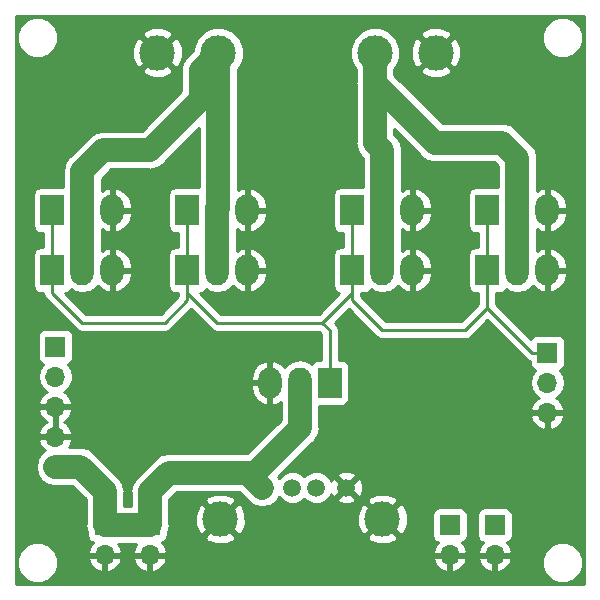
<source format=gbr>
G04 #@! TF.GenerationSoftware,KiCad,Pcbnew,(5.0.1)-4*
G04 #@! TF.CreationDate,2018-11-27T15:03:00-07:00*
G04 #@! TF.ProjectId,robot,726F626F742E6B696361645F70636200,rev?*
G04 #@! TF.SameCoordinates,Original*
G04 #@! TF.FileFunction,Copper,L2,Bot,Signal*
G04 #@! TF.FilePolarity,Positive*
%FSLAX46Y46*%
G04 Gerber Fmt 4.6, Leading zero omitted, Abs format (unit mm)*
G04 Created by KiCad (PCBNEW (5.0.1)-4) date 11/27/2018 3:03:00 PM*
%MOMM*%
%LPD*%
G01*
G04 APERTURE LIST*
G04 #@! TA.AperFunction,ComponentPad*
%ADD10R,2.000000X2.600000*%
G04 #@! TD*
G04 #@! TA.AperFunction,ComponentPad*
%ADD11O,2.000000X2.600000*%
G04 #@! TD*
G04 #@! TA.AperFunction,ComponentPad*
%ADD12R,1.700000X1.700000*%
G04 #@! TD*
G04 #@! TA.AperFunction,ComponentPad*
%ADD13O,1.700000X1.700000*%
G04 #@! TD*
G04 #@! TA.AperFunction,ComponentPad*
%ADD14C,3.000000*%
G04 #@! TD*
G04 #@! TA.AperFunction,ComponentPad*
%ADD15C,1.500000*%
G04 #@! TD*
G04 #@! TA.AperFunction,ComponentPad*
%ADD16C,2.999740*%
G04 #@! TD*
G04 #@! TA.AperFunction,Conductor*
%ADD17C,0.250000*%
G04 #@! TD*
G04 #@! TA.AperFunction,Conductor*
%ADD18C,2.000000*%
G04 #@! TD*
G04 #@! TA.AperFunction,Conductor*
%ADD19C,0.254000*%
G04 #@! TD*
G04 APERTURE END LIST*
D10*
G04 #@! TO.P,J1,1*
G04 #@! TO.N,DATA*
X113030000Y-76835000D03*
D11*
G04 #@! TO.P,J1,2*
G04 #@! TO.N,Net-(D1-Pad2)*
X115570000Y-76835000D03*
G04 #@! TO.P,J1,3*
G04 #@! TO.N,GND*
X118110000Y-76835000D03*
G04 #@! TD*
D12*
G04 #@! TO.P,J3,1*
G04 #@! TO.N,DATA*
X154940000Y-88900000D03*
D13*
G04 #@! TO.P,J3,2*
G04 #@! TO.N,Net-(J12-Pad2)*
X154940000Y-91440000D03*
G04 #@! TO.P,J3,3*
G04 #@! TO.N,GND*
X154940000Y-93980000D03*
G04 #@! TD*
D10*
G04 #@! TO.P,J8,1*
G04 #@! TO.N,DATA*
X124460000Y-76835000D03*
D11*
G04 #@! TO.P,J8,2*
G04 #@! TO.N,Net-(D1-Pad2)*
X127000000Y-76835000D03*
G04 #@! TO.P,J8,3*
G04 #@! TO.N,GND*
X129540000Y-76835000D03*
G04 #@! TD*
D10*
G04 #@! TO.P,J10,1*
G04 #@! TO.N,DATA*
X113030000Y-81915000D03*
D11*
G04 #@! TO.P,J10,2*
G04 #@! TO.N,Net-(D1-Pad2)*
X115570000Y-81915000D03*
G04 #@! TO.P,J10,3*
G04 #@! TO.N,GND*
X118110000Y-81915000D03*
G04 #@! TD*
D10*
G04 #@! TO.P,J11,1*
G04 #@! TO.N,DATA*
X124460000Y-81915000D03*
D11*
G04 #@! TO.P,J11,2*
G04 #@! TO.N,Net-(D1-Pad2)*
X127000000Y-81915000D03*
G04 #@! TO.P,J11,3*
G04 #@! TO.N,GND*
X129540000Y-81915000D03*
G04 #@! TD*
D10*
G04 #@! TO.P,J12,1*
G04 #@! TO.N,DATA*
X149860000Y-81915000D03*
D11*
G04 #@! TO.P,J12,2*
G04 #@! TO.N,Net-(J12-Pad2)*
X152400000Y-81915000D03*
G04 #@! TO.P,J12,3*
G04 #@! TO.N,GND*
X154940000Y-81915000D03*
G04 #@! TD*
D10*
G04 #@! TO.P,J13,1*
G04 #@! TO.N,DATA*
X138430000Y-81915000D03*
D11*
G04 #@! TO.P,J13,2*
G04 #@! TO.N,Net-(J12-Pad2)*
X140970000Y-81915000D03*
G04 #@! TO.P,J13,3*
G04 #@! TO.N,GND*
X143510000Y-81915000D03*
G04 #@! TD*
D10*
G04 #@! TO.P,J14,1*
G04 #@! TO.N,DATA*
X149860000Y-76835000D03*
D11*
G04 #@! TO.P,J14,2*
G04 #@! TO.N,Net-(J12-Pad2)*
X152400000Y-76835000D03*
G04 #@! TO.P,J14,3*
G04 #@! TO.N,GND*
X154940000Y-76835000D03*
G04 #@! TD*
D10*
G04 #@! TO.P,J15,1*
G04 #@! TO.N,DATA*
X138430000Y-76835000D03*
D11*
G04 #@! TO.P,J15,2*
G04 #@! TO.N,Net-(J12-Pad2)*
X140970000Y-76835000D03*
G04 #@! TO.P,J15,3*
G04 #@! TO.N,GND*
X143510000Y-76835000D03*
G04 #@! TD*
D10*
G04 #@! TO.P,J2,1*
G04 #@! TO.N,DATA*
X136525000Y-91440000D03*
D11*
G04 #@! TO.P,J2,2*
G04 #@! TO.N,+5V*
X133985000Y-91440000D03*
G04 #@! TO.P,J2,3*
G04 #@! TO.N,GND*
X131445000Y-91440000D03*
G04 #@! TD*
D14*
G04 #@! TO.P,J5,5*
G04 #@! TO.N,GND*
X127250000Y-103000000D03*
X140970000Y-103000000D03*
D15*
G04 #@! TO.P,J5,1*
G04 #@! TO.N,+5V*
X130810000Y-100330000D03*
G04 #@! TO.P,J5,2*
G04 #@! TO.N,N/C*
X133350000Y-100330000D03*
G04 #@! TO.P,J5,3*
X135380000Y-100330000D03*
G04 #@! TO.P,J5,4*
G04 #@! TO.N,GND*
X137920000Y-100330000D03*
G04 #@! TD*
D13*
G04 #@! TO.P,J6,5*
G04 #@! TO.N,+5V*
X113284000Y-98552000D03*
G04 #@! TO.P,J6,4*
G04 #@! TO.N,GND*
X113284000Y-96012000D03*
G04 #@! TO.P,J6,3*
X113284000Y-93472000D03*
G04 #@! TO.P,J6,2*
G04 #@! TO.N,Net-(D1-Pad2)*
X113284000Y-90932000D03*
D12*
G04 #@! TO.P,J6,1*
G04 #@! TO.N,N/C*
X113284000Y-88392000D03*
G04 #@! TD*
D16*
G04 #@! TO.P,J4,1*
G04 #@! TO.N,GND*
X121920000Y-63500000D03*
G04 #@! TO.P,J4,2*
G04 #@! TO.N,Net-(D1-Pad2)*
X127080000Y-63500000D03*
G04 #@! TD*
G04 #@! TO.P,J7,2*
G04 #@! TO.N,Net-(J12-Pad2)*
X140335000Y-63500000D03*
G04 #@! TO.P,J7,1*
G04 #@! TO.N,GND*
X145495000Y-63500000D03*
G04 #@! TD*
D12*
G04 #@! TO.P,J9,1*
G04 #@! TO.N,+5V*
X121285000Y-103505000D03*
D13*
G04 #@! TO.P,J9,2*
G04 #@! TO.N,GND*
X121285000Y-106045000D03*
G04 #@! TD*
G04 #@! TO.P,J16,2*
G04 #@! TO.N,GND*
X117475000Y-106045000D03*
D12*
G04 #@! TO.P,J16,1*
G04 #@! TO.N,+5V*
X117475000Y-103505000D03*
G04 #@! TD*
G04 #@! TO.P,J17,1*
G04 #@! TO.N,Net-(J12-Pad2)*
X150495000Y-103505000D03*
D13*
G04 #@! TO.P,J17,2*
G04 #@! TO.N,GND*
X150495000Y-106045000D03*
G04 #@! TD*
G04 #@! TO.P,J18,2*
G04 #@! TO.N,GND*
X146685000Y-106045000D03*
D12*
G04 #@! TO.P,J18,1*
G04 #@! TO.N,Net-(J12-Pad2)*
X146685000Y-103505000D03*
G04 #@! TD*
D17*
G04 #@! TO.N,DATA*
X113030000Y-78385000D02*
X113030000Y-81915000D01*
X113030000Y-76835000D02*
X113030000Y-78385000D01*
X122555000Y-86360000D02*
X124460000Y-84455000D01*
X115570000Y-86360000D02*
X122555000Y-86360000D01*
X113030000Y-81915000D02*
X113030000Y-83820000D01*
X113030000Y-83820000D02*
X115570000Y-86360000D01*
X124460000Y-81915000D02*
X124460000Y-76835000D01*
X124460000Y-81915000D02*
X124460000Y-84455000D01*
X124460000Y-81915000D02*
X124460000Y-83820000D01*
X124460000Y-83820000D02*
X127000000Y-86360000D01*
X127000000Y-86360000D02*
X135890000Y-86360000D01*
X138430000Y-83820000D02*
X138430000Y-81915000D01*
X135890000Y-86360000D02*
X138430000Y-83820000D01*
X138430000Y-81915000D02*
X138430000Y-76835000D01*
X138430000Y-81915000D02*
X138430000Y-84455000D01*
X138430000Y-84455000D02*
X140970000Y-86995000D01*
X140970000Y-86995000D02*
X147955000Y-86995000D01*
X149860000Y-85090000D02*
X149860000Y-81915000D01*
X147955000Y-86995000D02*
X149860000Y-85090000D01*
X149860000Y-81915000D02*
X149860000Y-76835000D01*
X153670000Y-88900000D02*
X154940000Y-88900000D01*
X149860000Y-85090000D02*
X153670000Y-88900000D01*
X136525000Y-86995000D02*
X135890000Y-86360000D01*
X136525000Y-91440000D02*
X136525000Y-86995000D01*
D18*
G04 #@! TO.N,Net-(J12-Pad2)*
X140335000Y-63500000D02*
X140335000Y-71120000D01*
X140335000Y-71120000D02*
X140970000Y-71755000D01*
X140970000Y-71755000D02*
X140970000Y-76835000D01*
X140335000Y-63500000D02*
X140335000Y-66040000D01*
X140335000Y-66040000D02*
X145415000Y-71120000D01*
X145415000Y-71120000D02*
X151130000Y-71120000D01*
X152400000Y-72390000D02*
X152400000Y-76835000D01*
X151130000Y-71120000D02*
X152400000Y-72390000D01*
X152400000Y-76835000D02*
X152400000Y-81915000D01*
X140970000Y-76835000D02*
X140970000Y-81915000D01*
G04 #@! TO.N,Net-(D1-Pad2)*
X127080000Y-76755000D02*
X127000000Y-76835000D01*
X127080000Y-63500000D02*
X127080000Y-76755000D01*
X127000000Y-76835000D02*
X127000000Y-81915000D01*
X115570000Y-73535000D02*
X115570000Y-76835000D01*
X117350000Y-71755000D02*
X115570000Y-73535000D01*
X121285000Y-71755000D02*
X117350000Y-71755000D01*
X125580131Y-67459869D02*
X121285000Y-71755000D01*
X125580131Y-64999869D02*
X125580131Y-67459869D01*
X127080000Y-63500000D02*
X125580131Y-64999869D01*
X115570000Y-76835000D02*
X115570000Y-81915000D01*
G04 #@! TO.N,+5V*
X117475000Y-100655000D02*
X117475000Y-103505000D01*
X115372000Y-98552000D02*
X117475000Y-100655000D01*
X113284000Y-98552000D02*
X115372000Y-98552000D01*
X117475000Y-103505000D02*
X121285000Y-103505000D01*
X121285000Y-100655000D02*
X122880000Y-99060000D01*
X121285000Y-103505000D02*
X121285000Y-100655000D01*
X129540000Y-99060000D02*
X130810000Y-100330000D01*
X122880000Y-99060000D02*
X129540000Y-99060000D01*
X129540000Y-99060000D02*
X130175000Y-99060000D01*
X133985000Y-95250000D02*
X133985000Y-91440000D01*
X130175000Y-99060000D02*
X133985000Y-95250000D01*
G04 #@! TD*
D19*
G04 #@! TO.N,GND*
G36*
X158040001Y-98990074D02*
X158040000Y-108510000D01*
X109930000Y-108510000D01*
X109930000Y-106334887D01*
X110025000Y-106334887D01*
X110025000Y-107025113D01*
X110289138Y-107662799D01*
X110777201Y-108150862D01*
X111414887Y-108415000D01*
X112105113Y-108415000D01*
X112742799Y-108150862D01*
X113230862Y-107662799D01*
X113495000Y-107025113D01*
X113495000Y-106401890D01*
X116033524Y-106401890D01*
X116203355Y-106811924D01*
X116593642Y-107240183D01*
X117118108Y-107486486D01*
X117348000Y-107365819D01*
X117348000Y-106172000D01*
X117602000Y-106172000D01*
X117602000Y-107365819D01*
X117831892Y-107486486D01*
X118356358Y-107240183D01*
X118746645Y-106811924D01*
X118916476Y-106401890D01*
X119843524Y-106401890D01*
X120013355Y-106811924D01*
X120403642Y-107240183D01*
X120928108Y-107486486D01*
X121158000Y-107365819D01*
X121158000Y-106172000D01*
X121412000Y-106172000D01*
X121412000Y-107365819D01*
X121641892Y-107486486D01*
X122166358Y-107240183D01*
X122556645Y-106811924D01*
X122726476Y-106401890D01*
X145243524Y-106401890D01*
X145413355Y-106811924D01*
X145803642Y-107240183D01*
X146328108Y-107486486D01*
X146558000Y-107365819D01*
X146558000Y-106172000D01*
X146812000Y-106172000D01*
X146812000Y-107365819D01*
X147041892Y-107486486D01*
X147566358Y-107240183D01*
X147956645Y-106811924D01*
X148126476Y-106401890D01*
X149053524Y-106401890D01*
X149223355Y-106811924D01*
X149613642Y-107240183D01*
X150138108Y-107486486D01*
X150368000Y-107365819D01*
X150368000Y-106172000D01*
X150622000Y-106172000D01*
X150622000Y-107365819D01*
X150851892Y-107486486D01*
X151376358Y-107240183D01*
X151766645Y-106811924D01*
X151936476Y-106401890D01*
X151901117Y-106334887D01*
X154475000Y-106334887D01*
X154475000Y-107025113D01*
X154739138Y-107662799D01*
X155227201Y-108150862D01*
X155864887Y-108415000D01*
X156555113Y-108415000D01*
X157192799Y-108150862D01*
X157680862Y-107662799D01*
X157945000Y-107025113D01*
X157945000Y-106334887D01*
X157680862Y-105697201D01*
X157192799Y-105209138D01*
X156555113Y-104945000D01*
X155864887Y-104945000D01*
X155227201Y-105209138D01*
X154739138Y-105697201D01*
X154475000Y-106334887D01*
X151901117Y-106334887D01*
X151815155Y-106172000D01*
X150622000Y-106172000D01*
X150368000Y-106172000D01*
X149174845Y-106172000D01*
X149053524Y-106401890D01*
X148126476Y-106401890D01*
X148005155Y-106172000D01*
X146812000Y-106172000D01*
X146558000Y-106172000D01*
X145364845Y-106172000D01*
X145243524Y-106401890D01*
X122726476Y-106401890D01*
X122605155Y-106172000D01*
X121412000Y-106172000D01*
X121158000Y-106172000D01*
X119964845Y-106172000D01*
X119843524Y-106401890D01*
X118916476Y-106401890D01*
X118795155Y-106172000D01*
X117602000Y-106172000D01*
X117348000Y-106172000D01*
X116154845Y-106172000D01*
X116033524Y-106401890D01*
X113495000Y-106401890D01*
X113495000Y-106334887D01*
X113230862Y-105697201D01*
X112742799Y-105209138D01*
X112105113Y-104945000D01*
X111414887Y-104945000D01*
X110777201Y-105209138D01*
X110289138Y-105697201D01*
X110025000Y-106334887D01*
X109930000Y-106334887D01*
X109930000Y-93828890D01*
X111842524Y-93828890D01*
X112012355Y-94238924D01*
X112402642Y-94667183D01*
X112561954Y-94742000D01*
X112402642Y-94816817D01*
X112012355Y-95245076D01*
X111842524Y-95655110D01*
X111963845Y-95885000D01*
X113157000Y-95885000D01*
X113157000Y-93599000D01*
X113411000Y-93599000D01*
X113411000Y-95885000D01*
X114604155Y-95885000D01*
X114725476Y-95655110D01*
X114555645Y-95245076D01*
X114165358Y-94816817D01*
X114006046Y-94742000D01*
X114165358Y-94667183D01*
X114555645Y-94238924D01*
X114725476Y-93828890D01*
X114604155Y-93599000D01*
X113411000Y-93599000D01*
X113157000Y-93599000D01*
X111963845Y-93599000D01*
X111842524Y-93828890D01*
X109930000Y-93828890D01*
X109930000Y-90932000D01*
X111769908Y-90932000D01*
X111885161Y-91511418D01*
X112213375Y-92002625D01*
X112532478Y-92215843D01*
X112402642Y-92276817D01*
X112012355Y-92705076D01*
X111842524Y-93115110D01*
X111963845Y-93345000D01*
X113157000Y-93345000D01*
X113157000Y-93325000D01*
X113411000Y-93325000D01*
X113411000Y-93345000D01*
X114604155Y-93345000D01*
X114725476Y-93115110D01*
X114555645Y-92705076D01*
X114165358Y-92276817D01*
X114035522Y-92215843D01*
X114354625Y-92002625D01*
X114645700Y-91567000D01*
X129810000Y-91567000D01*
X129810000Y-91867000D01*
X129983058Y-92483020D01*
X130378683Y-92985922D01*
X130936645Y-93299144D01*
X131064566Y-93330124D01*
X131318000Y-93210777D01*
X131318000Y-91567000D01*
X129810000Y-91567000D01*
X114645700Y-91567000D01*
X114682839Y-91511418D01*
X114781980Y-91013000D01*
X129810000Y-91013000D01*
X129810000Y-91313000D01*
X131318000Y-91313000D01*
X131318000Y-89669223D01*
X131064566Y-89549876D01*
X130936645Y-89580856D01*
X130378683Y-89894078D01*
X129983058Y-90396980D01*
X129810000Y-91013000D01*
X114781980Y-91013000D01*
X114798092Y-90932000D01*
X114682839Y-90352582D01*
X114354625Y-89861375D01*
X114336381Y-89849184D01*
X114381765Y-89840157D01*
X114591809Y-89699809D01*
X114732157Y-89489765D01*
X114781440Y-89242000D01*
X114781440Y-87542000D01*
X114732157Y-87294235D01*
X114591809Y-87084191D01*
X114381765Y-86943843D01*
X114134000Y-86894560D01*
X112434000Y-86894560D01*
X112186235Y-86943843D01*
X111976191Y-87084191D01*
X111835843Y-87294235D01*
X111786560Y-87542000D01*
X111786560Y-89242000D01*
X111835843Y-89489765D01*
X111976191Y-89699809D01*
X112186235Y-89840157D01*
X112231619Y-89849184D01*
X112213375Y-89861375D01*
X111885161Y-90352582D01*
X111769908Y-90932000D01*
X109930000Y-90932000D01*
X109930000Y-75535000D01*
X111382560Y-75535000D01*
X111382560Y-78135000D01*
X111431843Y-78382765D01*
X111572191Y-78592809D01*
X111782235Y-78733157D01*
X112030000Y-78782440D01*
X112270000Y-78782440D01*
X112270000Y-79967560D01*
X112030000Y-79967560D01*
X111782235Y-80016843D01*
X111572191Y-80157191D01*
X111431843Y-80367235D01*
X111382560Y-80615000D01*
X111382560Y-83215000D01*
X111431843Y-83462765D01*
X111572191Y-83672809D01*
X111782235Y-83813157D01*
X112030000Y-83862440D01*
X112263554Y-83862440D01*
X112270001Y-83894851D01*
X112270001Y-83894852D01*
X112314097Y-84116537D01*
X112482072Y-84367929D01*
X112545528Y-84410329D01*
X114979673Y-86844476D01*
X115022071Y-86907929D01*
X115085524Y-86950327D01*
X115085526Y-86950329D01*
X115210902Y-87034102D01*
X115273463Y-87075904D01*
X115495148Y-87120000D01*
X115495152Y-87120000D01*
X115569999Y-87134888D01*
X115644846Y-87120000D01*
X122480153Y-87120000D01*
X122555000Y-87134888D01*
X122629847Y-87120000D01*
X122629852Y-87120000D01*
X122851537Y-87075904D01*
X123102929Y-86907929D01*
X123145331Y-86844470D01*
X124777500Y-85212302D01*
X126409673Y-86844476D01*
X126452071Y-86907929D01*
X126515524Y-86950327D01*
X126515526Y-86950329D01*
X126640902Y-87034102D01*
X126703463Y-87075904D01*
X126925148Y-87120000D01*
X126925152Y-87120000D01*
X126999999Y-87134888D01*
X127074846Y-87120000D01*
X135575199Y-87120000D01*
X135765001Y-87309803D01*
X135765000Y-89492560D01*
X135525000Y-89492560D01*
X135277235Y-89541843D01*
X135067191Y-89682191D01*
X134968100Y-89830489D01*
X134622945Y-89599864D01*
X133985000Y-89472969D01*
X133347056Y-89599864D01*
X132806231Y-89961231D01*
X132695048Y-90127629D01*
X132511317Y-89894078D01*
X131953355Y-89580856D01*
X131825434Y-89549876D01*
X131572000Y-89669223D01*
X131572000Y-91313000D01*
X131592000Y-91313000D01*
X131592000Y-91567000D01*
X131572000Y-91567000D01*
X131572000Y-93210777D01*
X131825434Y-93330124D01*
X131953355Y-93299144D01*
X132350001Y-93076480D01*
X132350000Y-94572761D01*
X129527258Y-97395503D01*
X129378970Y-97425000D01*
X123041031Y-97425000D01*
X122880000Y-97392969D01*
X122242054Y-97519864D01*
X121988132Y-97689530D01*
X121701231Y-97881231D01*
X121610014Y-98017747D01*
X120242748Y-99385014D01*
X120106232Y-99476231D01*
X119936155Y-99730769D01*
X119744865Y-100017055D01*
X119617969Y-100655000D01*
X119650001Y-100816034D01*
X119650001Y-101870000D01*
X119110000Y-101870000D01*
X119110000Y-100816029D01*
X119142031Y-100654999D01*
X119110000Y-100493969D01*
X119015136Y-100017055D01*
X118653769Y-99476231D01*
X118517253Y-99385014D01*
X116641988Y-97509750D01*
X116550769Y-97373231D01*
X116009945Y-97011864D01*
X115533031Y-96917000D01*
X115533030Y-96917000D01*
X115372000Y-96884969D01*
X115210970Y-96917000D01*
X114429812Y-96917000D01*
X114555645Y-96778924D01*
X114725476Y-96368890D01*
X114604155Y-96139000D01*
X113411000Y-96139000D01*
X113411000Y-96159000D01*
X113157000Y-96159000D01*
X113157000Y-96139000D01*
X111963845Y-96139000D01*
X111842524Y-96368890D01*
X112012355Y-96778924D01*
X112384134Y-97186874D01*
X112105231Y-97373231D01*
X111743864Y-97914055D01*
X111616969Y-98552000D01*
X111743864Y-99189945D01*
X112105231Y-99730769D01*
X112646055Y-100092136D01*
X113122969Y-100187000D01*
X114694762Y-100187000D01*
X115840000Y-101332239D01*
X115840001Y-103343965D01*
X115807969Y-103505000D01*
X115934864Y-104142945D01*
X115977560Y-104206844D01*
X115977560Y-104355000D01*
X116026843Y-104602765D01*
X116167191Y-104812809D01*
X116377235Y-104953157D01*
X116480708Y-104973739D01*
X116203355Y-105278076D01*
X116033524Y-105688110D01*
X116154845Y-105918000D01*
X117348000Y-105918000D01*
X117348000Y-105898000D01*
X117602000Y-105898000D01*
X117602000Y-105918000D01*
X118795155Y-105918000D01*
X118916476Y-105688110D01*
X118746645Y-105278076D01*
X118620812Y-105140000D01*
X120139188Y-105140000D01*
X120013355Y-105278076D01*
X119843524Y-105688110D01*
X119964845Y-105918000D01*
X121158000Y-105918000D01*
X121158000Y-105898000D01*
X121412000Y-105898000D01*
X121412000Y-105918000D01*
X122605155Y-105918000D01*
X122726476Y-105688110D01*
X122556645Y-105278076D01*
X122279292Y-104973739D01*
X122382765Y-104953157D01*
X122592809Y-104812809D01*
X122733157Y-104602765D01*
X122750819Y-104513970D01*
X125915635Y-104513970D01*
X126075418Y-104832739D01*
X126866187Y-105142723D01*
X127715387Y-105126497D01*
X128424582Y-104832739D01*
X128584365Y-104513970D01*
X139635635Y-104513970D01*
X139795418Y-104832739D01*
X140586187Y-105142723D01*
X141435387Y-105126497D01*
X142144582Y-104832739D01*
X142304365Y-104513970D01*
X140970000Y-103179605D01*
X139635635Y-104513970D01*
X128584365Y-104513970D01*
X127250000Y-103179605D01*
X125915635Y-104513970D01*
X122750819Y-104513970D01*
X122782440Y-104355000D01*
X122782440Y-104206844D01*
X122825136Y-104142945D01*
X122952031Y-103505000D01*
X122920000Y-103343969D01*
X122920000Y-102616187D01*
X125107277Y-102616187D01*
X125123503Y-103465387D01*
X125417261Y-104174582D01*
X125736030Y-104334365D01*
X127070395Y-103000000D01*
X127429605Y-103000000D01*
X128763970Y-104334365D01*
X129082739Y-104174582D01*
X129392723Y-103383813D01*
X129378056Y-102616187D01*
X138827277Y-102616187D01*
X138843503Y-103465387D01*
X139137261Y-104174582D01*
X139456030Y-104334365D01*
X140790395Y-103000000D01*
X141149605Y-103000000D01*
X142483970Y-104334365D01*
X142802739Y-104174582D01*
X143112723Y-103383813D01*
X143098798Y-102655000D01*
X145187560Y-102655000D01*
X145187560Y-104355000D01*
X145236843Y-104602765D01*
X145377191Y-104812809D01*
X145587235Y-104953157D01*
X145690708Y-104973739D01*
X145413355Y-105278076D01*
X145243524Y-105688110D01*
X145364845Y-105918000D01*
X146558000Y-105918000D01*
X146558000Y-105898000D01*
X146812000Y-105898000D01*
X146812000Y-105918000D01*
X148005155Y-105918000D01*
X148126476Y-105688110D01*
X147956645Y-105278076D01*
X147679292Y-104973739D01*
X147782765Y-104953157D01*
X147992809Y-104812809D01*
X148133157Y-104602765D01*
X148182440Y-104355000D01*
X148182440Y-102655000D01*
X148997560Y-102655000D01*
X148997560Y-104355000D01*
X149046843Y-104602765D01*
X149187191Y-104812809D01*
X149397235Y-104953157D01*
X149500708Y-104973739D01*
X149223355Y-105278076D01*
X149053524Y-105688110D01*
X149174845Y-105918000D01*
X150368000Y-105918000D01*
X150368000Y-105898000D01*
X150622000Y-105898000D01*
X150622000Y-105918000D01*
X151815155Y-105918000D01*
X151936476Y-105688110D01*
X151766645Y-105278076D01*
X151489292Y-104973739D01*
X151592765Y-104953157D01*
X151802809Y-104812809D01*
X151943157Y-104602765D01*
X151992440Y-104355000D01*
X151992440Y-102655000D01*
X151943157Y-102407235D01*
X151802809Y-102197191D01*
X151592765Y-102056843D01*
X151345000Y-102007560D01*
X149645000Y-102007560D01*
X149397235Y-102056843D01*
X149187191Y-102197191D01*
X149046843Y-102407235D01*
X148997560Y-102655000D01*
X148182440Y-102655000D01*
X148133157Y-102407235D01*
X147992809Y-102197191D01*
X147782765Y-102056843D01*
X147535000Y-102007560D01*
X145835000Y-102007560D01*
X145587235Y-102056843D01*
X145377191Y-102197191D01*
X145236843Y-102407235D01*
X145187560Y-102655000D01*
X143098798Y-102655000D01*
X143096497Y-102534613D01*
X142802739Y-101825418D01*
X142483970Y-101665635D01*
X141149605Y-103000000D01*
X140790395Y-103000000D01*
X139456030Y-101665635D01*
X139137261Y-101825418D01*
X138827277Y-102616187D01*
X129378056Y-102616187D01*
X129376497Y-102534613D01*
X129082739Y-101825418D01*
X128763970Y-101665635D01*
X127429605Y-103000000D01*
X127070395Y-103000000D01*
X125736030Y-101665635D01*
X125417261Y-101825418D01*
X125107277Y-102616187D01*
X122920000Y-102616187D01*
X122920000Y-101486030D01*
X125915635Y-101486030D01*
X127250000Y-102820395D01*
X128584365Y-101486030D01*
X128424582Y-101167261D01*
X127633813Y-100857277D01*
X126784613Y-100873503D01*
X126075418Y-101167261D01*
X125915635Y-101486030D01*
X122920000Y-101486030D01*
X122920000Y-101332238D01*
X123557239Y-100695000D01*
X128862762Y-100695000D01*
X129767746Y-101599985D01*
X130172054Y-101870135D01*
X130809999Y-101997030D01*
X131447945Y-101870135D01*
X131988768Y-101508768D01*
X132221610Y-101160297D01*
X132565460Y-101504147D01*
X133074506Y-101715000D01*
X133625494Y-101715000D01*
X134134540Y-101504147D01*
X134365000Y-101273687D01*
X134595460Y-101504147D01*
X135104506Y-101715000D01*
X135655494Y-101715000D01*
X136164540Y-101504147D01*
X136367170Y-101301517D01*
X137128088Y-101301517D01*
X137196077Y-101542460D01*
X137715171Y-101727201D01*
X138265448Y-101699230D01*
X138643923Y-101542460D01*
X138659846Y-101486030D01*
X139635635Y-101486030D01*
X140970000Y-102820395D01*
X142304365Y-101486030D01*
X142144582Y-101167261D01*
X141353813Y-100857277D01*
X140504613Y-100873503D01*
X139795418Y-101167261D01*
X139635635Y-101486030D01*
X138659846Y-101486030D01*
X138711912Y-101301517D01*
X137920000Y-100509605D01*
X137128088Y-101301517D01*
X136367170Y-101301517D01*
X136554147Y-101114540D01*
X136643397Y-100899070D01*
X136707540Y-101053923D01*
X136948483Y-101121912D01*
X137740395Y-100330000D01*
X138099605Y-100330000D01*
X138891517Y-101121912D01*
X139132460Y-101053923D01*
X139317201Y-100534829D01*
X139289230Y-99984552D01*
X139132460Y-99606077D01*
X138891517Y-99538088D01*
X138099605Y-100330000D01*
X137740395Y-100330000D01*
X136948483Y-99538088D01*
X136707540Y-99606077D01*
X136648255Y-99772658D01*
X136554147Y-99545460D01*
X136367170Y-99358483D01*
X137128088Y-99358483D01*
X137920000Y-100150395D01*
X138711912Y-99358483D01*
X138643923Y-99117540D01*
X138124829Y-98932799D01*
X137574552Y-98960770D01*
X137196077Y-99117540D01*
X137128088Y-99358483D01*
X136367170Y-99358483D01*
X136164540Y-99155853D01*
X135655494Y-98945000D01*
X135104506Y-98945000D01*
X134595460Y-99155853D01*
X134365000Y-99386313D01*
X134134540Y-99155853D01*
X133625494Y-98945000D01*
X133074506Y-98945000D01*
X132565460Y-99155853D01*
X132221610Y-99499703D01*
X132151886Y-99395353D01*
X135027253Y-96519986D01*
X135163769Y-96428769D01*
X135357386Y-96139000D01*
X135525136Y-95887946D01*
X135652031Y-95250000D01*
X135620000Y-95088969D01*
X135620000Y-94336890D01*
X153498524Y-94336890D01*
X153668355Y-94746924D01*
X154058642Y-95175183D01*
X154583108Y-95421486D01*
X154813000Y-95300819D01*
X154813000Y-94107000D01*
X155067000Y-94107000D01*
X155067000Y-95300819D01*
X155296892Y-95421486D01*
X155821358Y-95175183D01*
X156211645Y-94746924D01*
X156381476Y-94336890D01*
X156260155Y-94107000D01*
X155067000Y-94107000D01*
X154813000Y-94107000D01*
X153619845Y-94107000D01*
X153498524Y-94336890D01*
X135620000Y-94336890D01*
X135620000Y-93387440D01*
X137525000Y-93387440D01*
X137772765Y-93338157D01*
X137982809Y-93197809D01*
X138123157Y-92987765D01*
X138172440Y-92740000D01*
X138172440Y-90140000D01*
X138123157Y-89892235D01*
X137982809Y-89682191D01*
X137772765Y-89541843D01*
X137525000Y-89492560D01*
X137285000Y-89492560D01*
X137285000Y-87069848D01*
X137299888Y-86995000D01*
X137285000Y-86920152D01*
X137285000Y-86920148D01*
X137240904Y-86698463D01*
X137072929Y-86447071D01*
X137009473Y-86404671D01*
X136964802Y-86360000D01*
X138112501Y-85212302D01*
X140379673Y-87479476D01*
X140422071Y-87542929D01*
X140485524Y-87585327D01*
X140485526Y-87585329D01*
X140610902Y-87669102D01*
X140673463Y-87710904D01*
X140895148Y-87755000D01*
X140895152Y-87755000D01*
X140969999Y-87769888D01*
X141044846Y-87755000D01*
X147880153Y-87755000D01*
X147955000Y-87769888D01*
X148029847Y-87755000D01*
X148029852Y-87755000D01*
X148251537Y-87710904D01*
X148502929Y-87542929D01*
X148545331Y-87479470D01*
X149860000Y-86164801D01*
X153079671Y-89384473D01*
X153122071Y-89447929D01*
X153185527Y-89490329D01*
X153373462Y-89615904D01*
X153421605Y-89625480D01*
X153442560Y-89629648D01*
X153442560Y-89750000D01*
X153491843Y-89997765D01*
X153632191Y-90207809D01*
X153842235Y-90348157D01*
X153887619Y-90357184D01*
X153869375Y-90369375D01*
X153541161Y-90860582D01*
X153425908Y-91440000D01*
X153541161Y-92019418D01*
X153869375Y-92510625D01*
X154188478Y-92723843D01*
X154058642Y-92784817D01*
X153668355Y-93213076D01*
X153498524Y-93623110D01*
X153619845Y-93853000D01*
X154813000Y-93853000D01*
X154813000Y-93833000D01*
X155067000Y-93833000D01*
X155067000Y-93853000D01*
X156260155Y-93853000D01*
X156381476Y-93623110D01*
X156211645Y-93213076D01*
X155821358Y-92784817D01*
X155691522Y-92723843D01*
X156010625Y-92510625D01*
X156338839Y-92019418D01*
X156454092Y-91440000D01*
X156338839Y-90860582D01*
X156010625Y-90369375D01*
X155992381Y-90357184D01*
X156037765Y-90348157D01*
X156247809Y-90207809D01*
X156388157Y-89997765D01*
X156437440Y-89750000D01*
X156437440Y-88050000D01*
X156388157Y-87802235D01*
X156247809Y-87592191D01*
X156037765Y-87451843D01*
X155790000Y-87402560D01*
X154090000Y-87402560D01*
X153842235Y-87451843D01*
X153632191Y-87592191D01*
X153554005Y-87709203D01*
X150620000Y-84775199D01*
X150620000Y-83862440D01*
X150860000Y-83862440D01*
X151107765Y-83813157D01*
X151317809Y-83672809D01*
X151416900Y-83524510D01*
X151762056Y-83755136D01*
X152400000Y-83882031D01*
X153037945Y-83755136D01*
X153578769Y-83393769D01*
X153689952Y-83227371D01*
X153873683Y-83460922D01*
X154431645Y-83774144D01*
X154559566Y-83805124D01*
X154813000Y-83685777D01*
X154813000Y-82042000D01*
X155067000Y-82042000D01*
X155067000Y-83685777D01*
X155320434Y-83805124D01*
X155448355Y-83774144D01*
X156006317Y-83460922D01*
X156401942Y-82958020D01*
X156575000Y-82342000D01*
X156575000Y-82042000D01*
X155067000Y-82042000D01*
X154813000Y-82042000D01*
X154793000Y-82042000D01*
X154793000Y-81788000D01*
X154813000Y-81788000D01*
X154813000Y-80144223D01*
X155067000Y-80144223D01*
X155067000Y-81788000D01*
X156575000Y-81788000D01*
X156575000Y-81488000D01*
X156401942Y-80871980D01*
X156006317Y-80369078D01*
X155448355Y-80055856D01*
X155320434Y-80024876D01*
X155067000Y-80144223D01*
X154813000Y-80144223D01*
X154559566Y-80024876D01*
X154431645Y-80055856D01*
X154035000Y-80278520D01*
X154035000Y-78471480D01*
X154431645Y-78694144D01*
X154559566Y-78725124D01*
X154813000Y-78605777D01*
X154813000Y-76962000D01*
X155067000Y-76962000D01*
X155067000Y-78605777D01*
X155320434Y-78725124D01*
X155448355Y-78694144D01*
X156006317Y-78380922D01*
X156401942Y-77878020D01*
X156575000Y-77262000D01*
X156575000Y-76962000D01*
X155067000Y-76962000D01*
X154813000Y-76962000D01*
X154793000Y-76962000D01*
X154793000Y-76708000D01*
X154813000Y-76708000D01*
X154813000Y-75064223D01*
X155067000Y-75064223D01*
X155067000Y-76708000D01*
X156575000Y-76708000D01*
X156575000Y-76408000D01*
X156401942Y-75791980D01*
X156006317Y-75289078D01*
X155448355Y-74975856D01*
X155320434Y-74944876D01*
X155067000Y-75064223D01*
X154813000Y-75064223D01*
X154559566Y-74944876D01*
X154431645Y-74975856D01*
X154035000Y-75198520D01*
X154035000Y-72551025D01*
X154067030Y-72389999D01*
X154035000Y-72228973D01*
X154035000Y-72228969D01*
X153940136Y-71752055D01*
X153578769Y-71211231D01*
X153442253Y-71120014D01*
X152399988Y-70077750D01*
X152308769Y-69941231D01*
X151767945Y-69579864D01*
X151291031Y-69485000D01*
X151291030Y-69485000D01*
X151130000Y-69452969D01*
X150968970Y-69485000D01*
X146092239Y-69485000D01*
X141970000Y-65362762D01*
X141970000Y-65013877D01*
X144160728Y-65013877D01*
X144320495Y-65332632D01*
X145111217Y-65642595D01*
X145960366Y-65626367D01*
X146669505Y-65332632D01*
X146829272Y-65013877D01*
X145495000Y-63679605D01*
X144160728Y-65013877D01*
X141970000Y-65013877D01*
X141970000Y-64884163D01*
X142144856Y-64709307D01*
X142469870Y-63924652D01*
X142469870Y-63116217D01*
X143352405Y-63116217D01*
X143368633Y-63965366D01*
X143662368Y-64674505D01*
X143981123Y-64834272D01*
X145315395Y-63500000D01*
X145674605Y-63500000D01*
X147008877Y-64834272D01*
X147327632Y-64674505D01*
X147637595Y-63883783D01*
X147621367Y-63034634D01*
X147327632Y-62325495D01*
X147008877Y-62165728D01*
X145674605Y-63500000D01*
X145315395Y-63500000D01*
X143981123Y-62165728D01*
X143662368Y-62325495D01*
X143352405Y-63116217D01*
X142469870Y-63116217D01*
X142469870Y-63075348D01*
X142144856Y-62290693D01*
X141840286Y-61986123D01*
X144160728Y-61986123D01*
X145495000Y-63320395D01*
X146829272Y-61986123D01*
X146778531Y-61884887D01*
X154475000Y-61884887D01*
X154475000Y-62575113D01*
X154739138Y-63212799D01*
X155227201Y-63700862D01*
X155864887Y-63965000D01*
X156555113Y-63965000D01*
X157192799Y-63700862D01*
X157680862Y-63212799D01*
X157945000Y-62575113D01*
X157945000Y-61884887D01*
X157680862Y-61247201D01*
X157192799Y-60759138D01*
X156555113Y-60495000D01*
X155864887Y-60495000D01*
X155227201Y-60759138D01*
X154739138Y-61247201D01*
X154475000Y-61884887D01*
X146778531Y-61884887D01*
X146669505Y-61667368D01*
X145878783Y-61357405D01*
X145029634Y-61373633D01*
X144320495Y-61667368D01*
X144160728Y-61986123D01*
X141840286Y-61986123D01*
X141544307Y-61690144D01*
X140759652Y-61365130D01*
X139910348Y-61365130D01*
X139125693Y-61690144D01*
X138525144Y-62290693D01*
X138200130Y-63075348D01*
X138200130Y-63924652D01*
X138525144Y-64709307D01*
X138700000Y-64884163D01*
X138700000Y-65878969D01*
X138667969Y-66040000D01*
X138700000Y-66201031D01*
X138700001Y-70958966D01*
X138667969Y-71120000D01*
X138713271Y-71347746D01*
X138794865Y-71757945D01*
X139156232Y-72298769D01*
X139292748Y-72389986D01*
X139335000Y-72432238D01*
X139335001Y-74887560D01*
X137430000Y-74887560D01*
X137182235Y-74936843D01*
X136972191Y-75077191D01*
X136831843Y-75287235D01*
X136782560Y-75535000D01*
X136782560Y-78135000D01*
X136831843Y-78382765D01*
X136972191Y-78592809D01*
X137182235Y-78733157D01*
X137430000Y-78782440D01*
X137670001Y-78782440D01*
X137670000Y-79967560D01*
X137430000Y-79967560D01*
X137182235Y-80016843D01*
X136972191Y-80157191D01*
X136831843Y-80367235D01*
X136782560Y-80615000D01*
X136782560Y-83215000D01*
X136831843Y-83462765D01*
X136972191Y-83672809D01*
X137182235Y-83813157D01*
X137332209Y-83842988D01*
X135575199Y-85600000D01*
X127314803Y-85600000D01*
X125557790Y-83842989D01*
X125707765Y-83813157D01*
X125917809Y-83672809D01*
X126016900Y-83524510D01*
X126362056Y-83755136D01*
X127000000Y-83882031D01*
X127637945Y-83755136D01*
X128178769Y-83393769D01*
X128289952Y-83227371D01*
X128473683Y-83460922D01*
X129031645Y-83774144D01*
X129159566Y-83805124D01*
X129413000Y-83685777D01*
X129413000Y-82042000D01*
X129667000Y-82042000D01*
X129667000Y-83685777D01*
X129920434Y-83805124D01*
X130048355Y-83774144D01*
X130606317Y-83460922D01*
X131001942Y-82958020D01*
X131175000Y-82342000D01*
X131175000Y-82042000D01*
X129667000Y-82042000D01*
X129413000Y-82042000D01*
X129393000Y-82042000D01*
X129393000Y-81788000D01*
X129413000Y-81788000D01*
X129413000Y-80144223D01*
X129667000Y-80144223D01*
X129667000Y-81788000D01*
X131175000Y-81788000D01*
X131175000Y-81488000D01*
X131001942Y-80871980D01*
X130606317Y-80369078D01*
X130048355Y-80055856D01*
X129920434Y-80024876D01*
X129667000Y-80144223D01*
X129413000Y-80144223D01*
X129159566Y-80024876D01*
X129031645Y-80055856D01*
X128635000Y-80278520D01*
X128635000Y-78471480D01*
X129031645Y-78694144D01*
X129159566Y-78725124D01*
X129413000Y-78605777D01*
X129413000Y-76962000D01*
X129667000Y-76962000D01*
X129667000Y-78605777D01*
X129920434Y-78725124D01*
X130048355Y-78694144D01*
X130606317Y-78380922D01*
X131001942Y-77878020D01*
X131175000Y-77262000D01*
X131175000Y-76962000D01*
X129667000Y-76962000D01*
X129413000Y-76962000D01*
X129393000Y-76962000D01*
X129393000Y-76708000D01*
X129413000Y-76708000D01*
X129413000Y-75064223D01*
X129667000Y-75064223D01*
X129667000Y-76708000D01*
X131175000Y-76708000D01*
X131175000Y-76408000D01*
X131001942Y-75791980D01*
X130606317Y-75289078D01*
X130048355Y-74975856D01*
X129920434Y-74944876D01*
X129667000Y-75064223D01*
X129413000Y-75064223D01*
X129159566Y-74944876D01*
X129031645Y-74975856D01*
X128715000Y-75153610D01*
X128715000Y-64884163D01*
X128889856Y-64709307D01*
X129214870Y-63924652D01*
X129214870Y-63075348D01*
X128889856Y-62290693D01*
X128289307Y-61690144D01*
X127504652Y-61365130D01*
X126655348Y-61365130D01*
X125870693Y-61690144D01*
X125270144Y-62290693D01*
X124945130Y-63075348D01*
X124945130Y-63322632D01*
X124537881Y-63729881D01*
X124401362Y-63821100D01*
X124039995Y-64361925D01*
X123945131Y-64838838D01*
X123913100Y-64999869D01*
X123945131Y-65160899D01*
X123945132Y-66782629D01*
X120607762Y-70120000D01*
X117511029Y-70120000D01*
X117349999Y-70087969D01*
X117188969Y-70120000D01*
X116712055Y-70214864D01*
X116171231Y-70576231D01*
X116080014Y-70712747D01*
X114527750Y-72265012D01*
X114391231Y-72356231D01*
X114029864Y-72897056D01*
X114003829Y-73027945D01*
X113902969Y-73535000D01*
X113935000Y-73696030D01*
X113935000Y-74887560D01*
X112030000Y-74887560D01*
X111782235Y-74936843D01*
X111572191Y-75077191D01*
X111431843Y-75287235D01*
X111382560Y-75535000D01*
X109930000Y-75535000D01*
X109930000Y-65013877D01*
X120585728Y-65013877D01*
X120745495Y-65332632D01*
X121536217Y-65642595D01*
X122385366Y-65626367D01*
X123094505Y-65332632D01*
X123254272Y-65013877D01*
X121920000Y-63679605D01*
X120585728Y-65013877D01*
X109930000Y-65013877D01*
X109930000Y-61884887D01*
X110025000Y-61884887D01*
X110025000Y-62575113D01*
X110289138Y-63212799D01*
X110777201Y-63700862D01*
X111414887Y-63965000D01*
X112105113Y-63965000D01*
X112742799Y-63700862D01*
X113230862Y-63212799D01*
X113270867Y-63116217D01*
X119777405Y-63116217D01*
X119793633Y-63965366D01*
X120087368Y-64674505D01*
X120406123Y-64834272D01*
X121740395Y-63500000D01*
X122099605Y-63500000D01*
X123433877Y-64834272D01*
X123752632Y-64674505D01*
X124062595Y-63883783D01*
X124046367Y-63034634D01*
X123752632Y-62325495D01*
X123433877Y-62165728D01*
X122099605Y-63500000D01*
X121740395Y-63500000D01*
X120406123Y-62165728D01*
X120087368Y-62325495D01*
X119777405Y-63116217D01*
X113270867Y-63116217D01*
X113495000Y-62575113D01*
X113495000Y-61986123D01*
X120585728Y-61986123D01*
X121920000Y-63320395D01*
X123254272Y-61986123D01*
X123094505Y-61667368D01*
X122303783Y-61357405D01*
X121454634Y-61373633D01*
X120745495Y-61667368D01*
X120585728Y-61986123D01*
X113495000Y-61986123D01*
X113495000Y-61884887D01*
X113230862Y-61247201D01*
X112742799Y-60759138D01*
X112105113Y-60495000D01*
X111414887Y-60495000D01*
X110777201Y-60759138D01*
X110289138Y-61247201D01*
X110025000Y-61884887D01*
X109930000Y-61884887D01*
X109930000Y-60400000D01*
X158040000Y-60400000D01*
X158040001Y-98990074D01*
X158040001Y-98990074D01*
G37*
X158040001Y-98990074D02*
X158040000Y-108510000D01*
X109930000Y-108510000D01*
X109930000Y-106334887D01*
X110025000Y-106334887D01*
X110025000Y-107025113D01*
X110289138Y-107662799D01*
X110777201Y-108150862D01*
X111414887Y-108415000D01*
X112105113Y-108415000D01*
X112742799Y-108150862D01*
X113230862Y-107662799D01*
X113495000Y-107025113D01*
X113495000Y-106401890D01*
X116033524Y-106401890D01*
X116203355Y-106811924D01*
X116593642Y-107240183D01*
X117118108Y-107486486D01*
X117348000Y-107365819D01*
X117348000Y-106172000D01*
X117602000Y-106172000D01*
X117602000Y-107365819D01*
X117831892Y-107486486D01*
X118356358Y-107240183D01*
X118746645Y-106811924D01*
X118916476Y-106401890D01*
X119843524Y-106401890D01*
X120013355Y-106811924D01*
X120403642Y-107240183D01*
X120928108Y-107486486D01*
X121158000Y-107365819D01*
X121158000Y-106172000D01*
X121412000Y-106172000D01*
X121412000Y-107365819D01*
X121641892Y-107486486D01*
X122166358Y-107240183D01*
X122556645Y-106811924D01*
X122726476Y-106401890D01*
X145243524Y-106401890D01*
X145413355Y-106811924D01*
X145803642Y-107240183D01*
X146328108Y-107486486D01*
X146558000Y-107365819D01*
X146558000Y-106172000D01*
X146812000Y-106172000D01*
X146812000Y-107365819D01*
X147041892Y-107486486D01*
X147566358Y-107240183D01*
X147956645Y-106811924D01*
X148126476Y-106401890D01*
X149053524Y-106401890D01*
X149223355Y-106811924D01*
X149613642Y-107240183D01*
X150138108Y-107486486D01*
X150368000Y-107365819D01*
X150368000Y-106172000D01*
X150622000Y-106172000D01*
X150622000Y-107365819D01*
X150851892Y-107486486D01*
X151376358Y-107240183D01*
X151766645Y-106811924D01*
X151936476Y-106401890D01*
X151901117Y-106334887D01*
X154475000Y-106334887D01*
X154475000Y-107025113D01*
X154739138Y-107662799D01*
X155227201Y-108150862D01*
X155864887Y-108415000D01*
X156555113Y-108415000D01*
X157192799Y-108150862D01*
X157680862Y-107662799D01*
X157945000Y-107025113D01*
X157945000Y-106334887D01*
X157680862Y-105697201D01*
X157192799Y-105209138D01*
X156555113Y-104945000D01*
X155864887Y-104945000D01*
X155227201Y-105209138D01*
X154739138Y-105697201D01*
X154475000Y-106334887D01*
X151901117Y-106334887D01*
X151815155Y-106172000D01*
X150622000Y-106172000D01*
X150368000Y-106172000D01*
X149174845Y-106172000D01*
X149053524Y-106401890D01*
X148126476Y-106401890D01*
X148005155Y-106172000D01*
X146812000Y-106172000D01*
X146558000Y-106172000D01*
X145364845Y-106172000D01*
X145243524Y-106401890D01*
X122726476Y-106401890D01*
X122605155Y-106172000D01*
X121412000Y-106172000D01*
X121158000Y-106172000D01*
X119964845Y-106172000D01*
X119843524Y-106401890D01*
X118916476Y-106401890D01*
X118795155Y-106172000D01*
X117602000Y-106172000D01*
X117348000Y-106172000D01*
X116154845Y-106172000D01*
X116033524Y-106401890D01*
X113495000Y-106401890D01*
X113495000Y-106334887D01*
X113230862Y-105697201D01*
X112742799Y-105209138D01*
X112105113Y-104945000D01*
X111414887Y-104945000D01*
X110777201Y-105209138D01*
X110289138Y-105697201D01*
X110025000Y-106334887D01*
X109930000Y-106334887D01*
X109930000Y-93828890D01*
X111842524Y-93828890D01*
X112012355Y-94238924D01*
X112402642Y-94667183D01*
X112561954Y-94742000D01*
X112402642Y-94816817D01*
X112012355Y-95245076D01*
X111842524Y-95655110D01*
X111963845Y-95885000D01*
X113157000Y-95885000D01*
X113157000Y-93599000D01*
X113411000Y-93599000D01*
X113411000Y-95885000D01*
X114604155Y-95885000D01*
X114725476Y-95655110D01*
X114555645Y-95245076D01*
X114165358Y-94816817D01*
X114006046Y-94742000D01*
X114165358Y-94667183D01*
X114555645Y-94238924D01*
X114725476Y-93828890D01*
X114604155Y-93599000D01*
X113411000Y-93599000D01*
X113157000Y-93599000D01*
X111963845Y-93599000D01*
X111842524Y-93828890D01*
X109930000Y-93828890D01*
X109930000Y-90932000D01*
X111769908Y-90932000D01*
X111885161Y-91511418D01*
X112213375Y-92002625D01*
X112532478Y-92215843D01*
X112402642Y-92276817D01*
X112012355Y-92705076D01*
X111842524Y-93115110D01*
X111963845Y-93345000D01*
X113157000Y-93345000D01*
X113157000Y-93325000D01*
X113411000Y-93325000D01*
X113411000Y-93345000D01*
X114604155Y-93345000D01*
X114725476Y-93115110D01*
X114555645Y-92705076D01*
X114165358Y-92276817D01*
X114035522Y-92215843D01*
X114354625Y-92002625D01*
X114645700Y-91567000D01*
X129810000Y-91567000D01*
X129810000Y-91867000D01*
X129983058Y-92483020D01*
X130378683Y-92985922D01*
X130936645Y-93299144D01*
X131064566Y-93330124D01*
X131318000Y-93210777D01*
X131318000Y-91567000D01*
X129810000Y-91567000D01*
X114645700Y-91567000D01*
X114682839Y-91511418D01*
X114781980Y-91013000D01*
X129810000Y-91013000D01*
X129810000Y-91313000D01*
X131318000Y-91313000D01*
X131318000Y-89669223D01*
X131064566Y-89549876D01*
X130936645Y-89580856D01*
X130378683Y-89894078D01*
X129983058Y-90396980D01*
X129810000Y-91013000D01*
X114781980Y-91013000D01*
X114798092Y-90932000D01*
X114682839Y-90352582D01*
X114354625Y-89861375D01*
X114336381Y-89849184D01*
X114381765Y-89840157D01*
X114591809Y-89699809D01*
X114732157Y-89489765D01*
X114781440Y-89242000D01*
X114781440Y-87542000D01*
X114732157Y-87294235D01*
X114591809Y-87084191D01*
X114381765Y-86943843D01*
X114134000Y-86894560D01*
X112434000Y-86894560D01*
X112186235Y-86943843D01*
X111976191Y-87084191D01*
X111835843Y-87294235D01*
X111786560Y-87542000D01*
X111786560Y-89242000D01*
X111835843Y-89489765D01*
X111976191Y-89699809D01*
X112186235Y-89840157D01*
X112231619Y-89849184D01*
X112213375Y-89861375D01*
X111885161Y-90352582D01*
X111769908Y-90932000D01*
X109930000Y-90932000D01*
X109930000Y-75535000D01*
X111382560Y-75535000D01*
X111382560Y-78135000D01*
X111431843Y-78382765D01*
X111572191Y-78592809D01*
X111782235Y-78733157D01*
X112030000Y-78782440D01*
X112270000Y-78782440D01*
X112270000Y-79967560D01*
X112030000Y-79967560D01*
X111782235Y-80016843D01*
X111572191Y-80157191D01*
X111431843Y-80367235D01*
X111382560Y-80615000D01*
X111382560Y-83215000D01*
X111431843Y-83462765D01*
X111572191Y-83672809D01*
X111782235Y-83813157D01*
X112030000Y-83862440D01*
X112263554Y-83862440D01*
X112270001Y-83894851D01*
X112270001Y-83894852D01*
X112314097Y-84116537D01*
X112482072Y-84367929D01*
X112545528Y-84410329D01*
X114979673Y-86844476D01*
X115022071Y-86907929D01*
X115085524Y-86950327D01*
X115085526Y-86950329D01*
X115210902Y-87034102D01*
X115273463Y-87075904D01*
X115495148Y-87120000D01*
X115495152Y-87120000D01*
X115569999Y-87134888D01*
X115644846Y-87120000D01*
X122480153Y-87120000D01*
X122555000Y-87134888D01*
X122629847Y-87120000D01*
X122629852Y-87120000D01*
X122851537Y-87075904D01*
X123102929Y-86907929D01*
X123145331Y-86844470D01*
X124777500Y-85212302D01*
X126409673Y-86844476D01*
X126452071Y-86907929D01*
X126515524Y-86950327D01*
X126515526Y-86950329D01*
X126640902Y-87034102D01*
X126703463Y-87075904D01*
X126925148Y-87120000D01*
X126925152Y-87120000D01*
X126999999Y-87134888D01*
X127074846Y-87120000D01*
X135575199Y-87120000D01*
X135765001Y-87309803D01*
X135765000Y-89492560D01*
X135525000Y-89492560D01*
X135277235Y-89541843D01*
X135067191Y-89682191D01*
X134968100Y-89830489D01*
X134622945Y-89599864D01*
X133985000Y-89472969D01*
X133347056Y-89599864D01*
X132806231Y-89961231D01*
X132695048Y-90127629D01*
X132511317Y-89894078D01*
X131953355Y-89580856D01*
X131825434Y-89549876D01*
X131572000Y-89669223D01*
X131572000Y-91313000D01*
X131592000Y-91313000D01*
X131592000Y-91567000D01*
X131572000Y-91567000D01*
X131572000Y-93210777D01*
X131825434Y-93330124D01*
X131953355Y-93299144D01*
X132350001Y-93076480D01*
X132350000Y-94572761D01*
X129527258Y-97395503D01*
X129378970Y-97425000D01*
X123041031Y-97425000D01*
X122880000Y-97392969D01*
X122242054Y-97519864D01*
X121988132Y-97689530D01*
X121701231Y-97881231D01*
X121610014Y-98017747D01*
X120242748Y-99385014D01*
X120106232Y-99476231D01*
X119936155Y-99730769D01*
X119744865Y-100017055D01*
X119617969Y-100655000D01*
X119650001Y-100816034D01*
X119650001Y-101870000D01*
X119110000Y-101870000D01*
X119110000Y-100816029D01*
X119142031Y-100654999D01*
X119110000Y-100493969D01*
X119015136Y-100017055D01*
X118653769Y-99476231D01*
X118517253Y-99385014D01*
X116641988Y-97509750D01*
X116550769Y-97373231D01*
X116009945Y-97011864D01*
X115533031Y-96917000D01*
X115533030Y-96917000D01*
X115372000Y-96884969D01*
X115210970Y-96917000D01*
X114429812Y-96917000D01*
X114555645Y-96778924D01*
X114725476Y-96368890D01*
X114604155Y-96139000D01*
X113411000Y-96139000D01*
X113411000Y-96159000D01*
X113157000Y-96159000D01*
X113157000Y-96139000D01*
X111963845Y-96139000D01*
X111842524Y-96368890D01*
X112012355Y-96778924D01*
X112384134Y-97186874D01*
X112105231Y-97373231D01*
X111743864Y-97914055D01*
X111616969Y-98552000D01*
X111743864Y-99189945D01*
X112105231Y-99730769D01*
X112646055Y-100092136D01*
X113122969Y-100187000D01*
X114694762Y-100187000D01*
X115840000Y-101332239D01*
X115840001Y-103343965D01*
X115807969Y-103505000D01*
X115934864Y-104142945D01*
X115977560Y-104206844D01*
X115977560Y-104355000D01*
X116026843Y-104602765D01*
X116167191Y-104812809D01*
X116377235Y-104953157D01*
X116480708Y-104973739D01*
X116203355Y-105278076D01*
X116033524Y-105688110D01*
X116154845Y-105918000D01*
X117348000Y-105918000D01*
X117348000Y-105898000D01*
X117602000Y-105898000D01*
X117602000Y-105918000D01*
X118795155Y-105918000D01*
X118916476Y-105688110D01*
X118746645Y-105278076D01*
X118620812Y-105140000D01*
X120139188Y-105140000D01*
X120013355Y-105278076D01*
X119843524Y-105688110D01*
X119964845Y-105918000D01*
X121158000Y-105918000D01*
X121158000Y-105898000D01*
X121412000Y-105898000D01*
X121412000Y-105918000D01*
X122605155Y-105918000D01*
X122726476Y-105688110D01*
X122556645Y-105278076D01*
X122279292Y-104973739D01*
X122382765Y-104953157D01*
X122592809Y-104812809D01*
X122733157Y-104602765D01*
X122750819Y-104513970D01*
X125915635Y-104513970D01*
X126075418Y-104832739D01*
X126866187Y-105142723D01*
X127715387Y-105126497D01*
X128424582Y-104832739D01*
X128584365Y-104513970D01*
X139635635Y-104513970D01*
X139795418Y-104832739D01*
X140586187Y-105142723D01*
X141435387Y-105126497D01*
X142144582Y-104832739D01*
X142304365Y-104513970D01*
X140970000Y-103179605D01*
X139635635Y-104513970D01*
X128584365Y-104513970D01*
X127250000Y-103179605D01*
X125915635Y-104513970D01*
X122750819Y-104513970D01*
X122782440Y-104355000D01*
X122782440Y-104206844D01*
X122825136Y-104142945D01*
X122952031Y-103505000D01*
X122920000Y-103343969D01*
X122920000Y-102616187D01*
X125107277Y-102616187D01*
X125123503Y-103465387D01*
X125417261Y-104174582D01*
X125736030Y-104334365D01*
X127070395Y-103000000D01*
X127429605Y-103000000D01*
X128763970Y-104334365D01*
X129082739Y-104174582D01*
X129392723Y-103383813D01*
X129378056Y-102616187D01*
X138827277Y-102616187D01*
X138843503Y-103465387D01*
X139137261Y-104174582D01*
X139456030Y-104334365D01*
X140790395Y-103000000D01*
X141149605Y-103000000D01*
X142483970Y-104334365D01*
X142802739Y-104174582D01*
X143112723Y-103383813D01*
X143098798Y-102655000D01*
X145187560Y-102655000D01*
X145187560Y-104355000D01*
X145236843Y-104602765D01*
X145377191Y-104812809D01*
X145587235Y-104953157D01*
X145690708Y-104973739D01*
X145413355Y-105278076D01*
X145243524Y-105688110D01*
X145364845Y-105918000D01*
X146558000Y-105918000D01*
X146558000Y-105898000D01*
X146812000Y-105898000D01*
X146812000Y-105918000D01*
X148005155Y-105918000D01*
X148126476Y-105688110D01*
X147956645Y-105278076D01*
X147679292Y-104973739D01*
X147782765Y-104953157D01*
X147992809Y-104812809D01*
X148133157Y-104602765D01*
X148182440Y-104355000D01*
X148182440Y-102655000D01*
X148997560Y-102655000D01*
X148997560Y-104355000D01*
X149046843Y-104602765D01*
X149187191Y-104812809D01*
X149397235Y-104953157D01*
X149500708Y-104973739D01*
X149223355Y-105278076D01*
X149053524Y-105688110D01*
X149174845Y-105918000D01*
X150368000Y-105918000D01*
X150368000Y-105898000D01*
X150622000Y-105898000D01*
X150622000Y-105918000D01*
X151815155Y-105918000D01*
X151936476Y-105688110D01*
X151766645Y-105278076D01*
X151489292Y-104973739D01*
X151592765Y-104953157D01*
X151802809Y-104812809D01*
X151943157Y-104602765D01*
X151992440Y-104355000D01*
X151992440Y-102655000D01*
X151943157Y-102407235D01*
X151802809Y-102197191D01*
X151592765Y-102056843D01*
X151345000Y-102007560D01*
X149645000Y-102007560D01*
X149397235Y-102056843D01*
X149187191Y-102197191D01*
X149046843Y-102407235D01*
X148997560Y-102655000D01*
X148182440Y-102655000D01*
X148133157Y-102407235D01*
X147992809Y-102197191D01*
X147782765Y-102056843D01*
X147535000Y-102007560D01*
X145835000Y-102007560D01*
X145587235Y-102056843D01*
X145377191Y-102197191D01*
X145236843Y-102407235D01*
X145187560Y-102655000D01*
X143098798Y-102655000D01*
X143096497Y-102534613D01*
X142802739Y-101825418D01*
X142483970Y-101665635D01*
X141149605Y-103000000D01*
X140790395Y-103000000D01*
X139456030Y-101665635D01*
X139137261Y-101825418D01*
X138827277Y-102616187D01*
X129378056Y-102616187D01*
X129376497Y-102534613D01*
X129082739Y-101825418D01*
X128763970Y-101665635D01*
X127429605Y-103000000D01*
X127070395Y-103000000D01*
X125736030Y-101665635D01*
X125417261Y-101825418D01*
X125107277Y-102616187D01*
X122920000Y-102616187D01*
X122920000Y-101486030D01*
X125915635Y-101486030D01*
X127250000Y-102820395D01*
X128584365Y-101486030D01*
X128424582Y-101167261D01*
X127633813Y-100857277D01*
X126784613Y-100873503D01*
X126075418Y-101167261D01*
X125915635Y-101486030D01*
X122920000Y-101486030D01*
X122920000Y-101332238D01*
X123557239Y-100695000D01*
X128862762Y-100695000D01*
X129767746Y-101599985D01*
X130172054Y-101870135D01*
X130809999Y-101997030D01*
X131447945Y-101870135D01*
X131988768Y-101508768D01*
X132221610Y-101160297D01*
X132565460Y-101504147D01*
X133074506Y-101715000D01*
X133625494Y-101715000D01*
X134134540Y-101504147D01*
X134365000Y-101273687D01*
X134595460Y-101504147D01*
X135104506Y-101715000D01*
X135655494Y-101715000D01*
X136164540Y-101504147D01*
X136367170Y-101301517D01*
X137128088Y-101301517D01*
X137196077Y-101542460D01*
X137715171Y-101727201D01*
X138265448Y-101699230D01*
X138643923Y-101542460D01*
X138659846Y-101486030D01*
X139635635Y-101486030D01*
X140970000Y-102820395D01*
X142304365Y-101486030D01*
X142144582Y-101167261D01*
X141353813Y-100857277D01*
X140504613Y-100873503D01*
X139795418Y-101167261D01*
X139635635Y-101486030D01*
X138659846Y-101486030D01*
X138711912Y-101301517D01*
X137920000Y-100509605D01*
X137128088Y-101301517D01*
X136367170Y-101301517D01*
X136554147Y-101114540D01*
X136643397Y-100899070D01*
X136707540Y-101053923D01*
X136948483Y-101121912D01*
X137740395Y-100330000D01*
X138099605Y-100330000D01*
X138891517Y-101121912D01*
X139132460Y-101053923D01*
X139317201Y-100534829D01*
X139289230Y-99984552D01*
X139132460Y-99606077D01*
X138891517Y-99538088D01*
X138099605Y-100330000D01*
X137740395Y-100330000D01*
X136948483Y-99538088D01*
X136707540Y-99606077D01*
X136648255Y-99772658D01*
X136554147Y-99545460D01*
X136367170Y-99358483D01*
X137128088Y-99358483D01*
X137920000Y-100150395D01*
X138711912Y-99358483D01*
X138643923Y-99117540D01*
X138124829Y-98932799D01*
X137574552Y-98960770D01*
X137196077Y-99117540D01*
X137128088Y-99358483D01*
X136367170Y-99358483D01*
X136164540Y-99155853D01*
X135655494Y-98945000D01*
X135104506Y-98945000D01*
X134595460Y-99155853D01*
X134365000Y-99386313D01*
X134134540Y-99155853D01*
X133625494Y-98945000D01*
X133074506Y-98945000D01*
X132565460Y-99155853D01*
X132221610Y-99499703D01*
X132151886Y-99395353D01*
X135027253Y-96519986D01*
X135163769Y-96428769D01*
X135357386Y-96139000D01*
X135525136Y-95887946D01*
X135652031Y-95250000D01*
X135620000Y-95088969D01*
X135620000Y-94336890D01*
X153498524Y-94336890D01*
X153668355Y-94746924D01*
X154058642Y-95175183D01*
X154583108Y-95421486D01*
X154813000Y-95300819D01*
X154813000Y-94107000D01*
X155067000Y-94107000D01*
X155067000Y-95300819D01*
X155296892Y-95421486D01*
X155821358Y-95175183D01*
X156211645Y-94746924D01*
X156381476Y-94336890D01*
X156260155Y-94107000D01*
X155067000Y-94107000D01*
X154813000Y-94107000D01*
X153619845Y-94107000D01*
X153498524Y-94336890D01*
X135620000Y-94336890D01*
X135620000Y-93387440D01*
X137525000Y-93387440D01*
X137772765Y-93338157D01*
X137982809Y-93197809D01*
X138123157Y-92987765D01*
X138172440Y-92740000D01*
X138172440Y-90140000D01*
X138123157Y-89892235D01*
X137982809Y-89682191D01*
X137772765Y-89541843D01*
X137525000Y-89492560D01*
X137285000Y-89492560D01*
X137285000Y-87069848D01*
X137299888Y-86995000D01*
X137285000Y-86920152D01*
X137285000Y-86920148D01*
X137240904Y-86698463D01*
X137072929Y-86447071D01*
X137009473Y-86404671D01*
X136964802Y-86360000D01*
X138112501Y-85212302D01*
X140379673Y-87479476D01*
X140422071Y-87542929D01*
X140485524Y-87585327D01*
X140485526Y-87585329D01*
X140610902Y-87669102D01*
X140673463Y-87710904D01*
X140895148Y-87755000D01*
X140895152Y-87755000D01*
X140969999Y-87769888D01*
X141044846Y-87755000D01*
X147880153Y-87755000D01*
X147955000Y-87769888D01*
X148029847Y-87755000D01*
X148029852Y-87755000D01*
X148251537Y-87710904D01*
X148502929Y-87542929D01*
X148545331Y-87479470D01*
X149860000Y-86164801D01*
X153079671Y-89384473D01*
X153122071Y-89447929D01*
X153185527Y-89490329D01*
X153373462Y-89615904D01*
X153421605Y-89625480D01*
X153442560Y-89629648D01*
X153442560Y-89750000D01*
X153491843Y-89997765D01*
X153632191Y-90207809D01*
X153842235Y-90348157D01*
X153887619Y-90357184D01*
X153869375Y-90369375D01*
X153541161Y-90860582D01*
X153425908Y-91440000D01*
X153541161Y-92019418D01*
X153869375Y-92510625D01*
X154188478Y-92723843D01*
X154058642Y-92784817D01*
X153668355Y-93213076D01*
X153498524Y-93623110D01*
X153619845Y-93853000D01*
X154813000Y-93853000D01*
X154813000Y-93833000D01*
X155067000Y-93833000D01*
X155067000Y-93853000D01*
X156260155Y-93853000D01*
X156381476Y-93623110D01*
X156211645Y-93213076D01*
X155821358Y-92784817D01*
X155691522Y-92723843D01*
X156010625Y-92510625D01*
X156338839Y-92019418D01*
X156454092Y-91440000D01*
X156338839Y-90860582D01*
X156010625Y-90369375D01*
X155992381Y-90357184D01*
X156037765Y-90348157D01*
X156247809Y-90207809D01*
X156388157Y-89997765D01*
X156437440Y-89750000D01*
X156437440Y-88050000D01*
X156388157Y-87802235D01*
X156247809Y-87592191D01*
X156037765Y-87451843D01*
X155790000Y-87402560D01*
X154090000Y-87402560D01*
X153842235Y-87451843D01*
X153632191Y-87592191D01*
X153554005Y-87709203D01*
X150620000Y-84775199D01*
X150620000Y-83862440D01*
X150860000Y-83862440D01*
X151107765Y-83813157D01*
X151317809Y-83672809D01*
X151416900Y-83524510D01*
X151762056Y-83755136D01*
X152400000Y-83882031D01*
X153037945Y-83755136D01*
X153578769Y-83393769D01*
X153689952Y-83227371D01*
X153873683Y-83460922D01*
X154431645Y-83774144D01*
X154559566Y-83805124D01*
X154813000Y-83685777D01*
X154813000Y-82042000D01*
X155067000Y-82042000D01*
X155067000Y-83685777D01*
X155320434Y-83805124D01*
X155448355Y-83774144D01*
X156006317Y-83460922D01*
X156401942Y-82958020D01*
X156575000Y-82342000D01*
X156575000Y-82042000D01*
X155067000Y-82042000D01*
X154813000Y-82042000D01*
X154793000Y-82042000D01*
X154793000Y-81788000D01*
X154813000Y-81788000D01*
X154813000Y-80144223D01*
X155067000Y-80144223D01*
X155067000Y-81788000D01*
X156575000Y-81788000D01*
X156575000Y-81488000D01*
X156401942Y-80871980D01*
X156006317Y-80369078D01*
X155448355Y-80055856D01*
X155320434Y-80024876D01*
X155067000Y-80144223D01*
X154813000Y-80144223D01*
X154559566Y-80024876D01*
X154431645Y-80055856D01*
X154035000Y-80278520D01*
X154035000Y-78471480D01*
X154431645Y-78694144D01*
X154559566Y-78725124D01*
X154813000Y-78605777D01*
X154813000Y-76962000D01*
X155067000Y-76962000D01*
X155067000Y-78605777D01*
X155320434Y-78725124D01*
X155448355Y-78694144D01*
X156006317Y-78380922D01*
X156401942Y-77878020D01*
X156575000Y-77262000D01*
X156575000Y-76962000D01*
X155067000Y-76962000D01*
X154813000Y-76962000D01*
X154793000Y-76962000D01*
X154793000Y-76708000D01*
X154813000Y-76708000D01*
X154813000Y-75064223D01*
X155067000Y-75064223D01*
X155067000Y-76708000D01*
X156575000Y-76708000D01*
X156575000Y-76408000D01*
X156401942Y-75791980D01*
X156006317Y-75289078D01*
X155448355Y-74975856D01*
X155320434Y-74944876D01*
X155067000Y-75064223D01*
X154813000Y-75064223D01*
X154559566Y-74944876D01*
X154431645Y-74975856D01*
X154035000Y-75198520D01*
X154035000Y-72551025D01*
X154067030Y-72389999D01*
X154035000Y-72228973D01*
X154035000Y-72228969D01*
X153940136Y-71752055D01*
X153578769Y-71211231D01*
X153442253Y-71120014D01*
X152399988Y-70077750D01*
X152308769Y-69941231D01*
X151767945Y-69579864D01*
X151291031Y-69485000D01*
X151291030Y-69485000D01*
X151130000Y-69452969D01*
X150968970Y-69485000D01*
X146092239Y-69485000D01*
X141970000Y-65362762D01*
X141970000Y-65013877D01*
X144160728Y-65013877D01*
X144320495Y-65332632D01*
X145111217Y-65642595D01*
X145960366Y-65626367D01*
X146669505Y-65332632D01*
X146829272Y-65013877D01*
X145495000Y-63679605D01*
X144160728Y-65013877D01*
X141970000Y-65013877D01*
X141970000Y-64884163D01*
X142144856Y-64709307D01*
X142469870Y-63924652D01*
X142469870Y-63116217D01*
X143352405Y-63116217D01*
X143368633Y-63965366D01*
X143662368Y-64674505D01*
X143981123Y-64834272D01*
X145315395Y-63500000D01*
X145674605Y-63500000D01*
X147008877Y-64834272D01*
X147327632Y-64674505D01*
X147637595Y-63883783D01*
X147621367Y-63034634D01*
X147327632Y-62325495D01*
X147008877Y-62165728D01*
X145674605Y-63500000D01*
X145315395Y-63500000D01*
X143981123Y-62165728D01*
X143662368Y-62325495D01*
X143352405Y-63116217D01*
X142469870Y-63116217D01*
X142469870Y-63075348D01*
X142144856Y-62290693D01*
X141840286Y-61986123D01*
X144160728Y-61986123D01*
X145495000Y-63320395D01*
X146829272Y-61986123D01*
X146778531Y-61884887D01*
X154475000Y-61884887D01*
X154475000Y-62575113D01*
X154739138Y-63212799D01*
X155227201Y-63700862D01*
X155864887Y-63965000D01*
X156555113Y-63965000D01*
X157192799Y-63700862D01*
X157680862Y-63212799D01*
X157945000Y-62575113D01*
X157945000Y-61884887D01*
X157680862Y-61247201D01*
X157192799Y-60759138D01*
X156555113Y-60495000D01*
X155864887Y-60495000D01*
X155227201Y-60759138D01*
X154739138Y-61247201D01*
X154475000Y-61884887D01*
X146778531Y-61884887D01*
X146669505Y-61667368D01*
X145878783Y-61357405D01*
X145029634Y-61373633D01*
X144320495Y-61667368D01*
X144160728Y-61986123D01*
X141840286Y-61986123D01*
X141544307Y-61690144D01*
X140759652Y-61365130D01*
X139910348Y-61365130D01*
X139125693Y-61690144D01*
X138525144Y-62290693D01*
X138200130Y-63075348D01*
X138200130Y-63924652D01*
X138525144Y-64709307D01*
X138700000Y-64884163D01*
X138700000Y-65878969D01*
X138667969Y-66040000D01*
X138700000Y-66201031D01*
X138700001Y-70958966D01*
X138667969Y-71120000D01*
X138713271Y-71347746D01*
X138794865Y-71757945D01*
X139156232Y-72298769D01*
X139292748Y-72389986D01*
X139335000Y-72432238D01*
X139335001Y-74887560D01*
X137430000Y-74887560D01*
X137182235Y-74936843D01*
X136972191Y-75077191D01*
X136831843Y-75287235D01*
X136782560Y-75535000D01*
X136782560Y-78135000D01*
X136831843Y-78382765D01*
X136972191Y-78592809D01*
X137182235Y-78733157D01*
X137430000Y-78782440D01*
X137670001Y-78782440D01*
X137670000Y-79967560D01*
X137430000Y-79967560D01*
X137182235Y-80016843D01*
X136972191Y-80157191D01*
X136831843Y-80367235D01*
X136782560Y-80615000D01*
X136782560Y-83215000D01*
X136831843Y-83462765D01*
X136972191Y-83672809D01*
X137182235Y-83813157D01*
X137332209Y-83842988D01*
X135575199Y-85600000D01*
X127314803Y-85600000D01*
X125557790Y-83842989D01*
X125707765Y-83813157D01*
X125917809Y-83672809D01*
X126016900Y-83524510D01*
X126362056Y-83755136D01*
X127000000Y-83882031D01*
X127637945Y-83755136D01*
X128178769Y-83393769D01*
X128289952Y-83227371D01*
X128473683Y-83460922D01*
X129031645Y-83774144D01*
X129159566Y-83805124D01*
X129413000Y-83685777D01*
X129413000Y-82042000D01*
X129667000Y-82042000D01*
X129667000Y-83685777D01*
X129920434Y-83805124D01*
X130048355Y-83774144D01*
X130606317Y-83460922D01*
X131001942Y-82958020D01*
X131175000Y-82342000D01*
X131175000Y-82042000D01*
X129667000Y-82042000D01*
X129413000Y-82042000D01*
X129393000Y-82042000D01*
X129393000Y-81788000D01*
X129413000Y-81788000D01*
X129413000Y-80144223D01*
X129667000Y-80144223D01*
X129667000Y-81788000D01*
X131175000Y-81788000D01*
X131175000Y-81488000D01*
X131001942Y-80871980D01*
X130606317Y-80369078D01*
X130048355Y-80055856D01*
X129920434Y-80024876D01*
X129667000Y-80144223D01*
X129413000Y-80144223D01*
X129159566Y-80024876D01*
X129031645Y-80055856D01*
X128635000Y-80278520D01*
X128635000Y-78471480D01*
X129031645Y-78694144D01*
X129159566Y-78725124D01*
X129413000Y-78605777D01*
X129413000Y-76962000D01*
X129667000Y-76962000D01*
X129667000Y-78605777D01*
X129920434Y-78725124D01*
X130048355Y-78694144D01*
X130606317Y-78380922D01*
X131001942Y-77878020D01*
X131175000Y-77262000D01*
X131175000Y-76962000D01*
X129667000Y-76962000D01*
X129413000Y-76962000D01*
X129393000Y-76962000D01*
X129393000Y-76708000D01*
X129413000Y-76708000D01*
X129413000Y-75064223D01*
X129667000Y-75064223D01*
X129667000Y-76708000D01*
X131175000Y-76708000D01*
X131175000Y-76408000D01*
X131001942Y-75791980D01*
X130606317Y-75289078D01*
X130048355Y-74975856D01*
X129920434Y-74944876D01*
X129667000Y-75064223D01*
X129413000Y-75064223D01*
X129159566Y-74944876D01*
X129031645Y-74975856D01*
X128715000Y-75153610D01*
X128715000Y-64884163D01*
X128889856Y-64709307D01*
X129214870Y-63924652D01*
X129214870Y-63075348D01*
X128889856Y-62290693D01*
X128289307Y-61690144D01*
X127504652Y-61365130D01*
X126655348Y-61365130D01*
X125870693Y-61690144D01*
X125270144Y-62290693D01*
X124945130Y-63075348D01*
X124945130Y-63322632D01*
X124537881Y-63729881D01*
X124401362Y-63821100D01*
X124039995Y-64361925D01*
X123945131Y-64838838D01*
X123913100Y-64999869D01*
X123945131Y-65160899D01*
X123945132Y-66782629D01*
X120607762Y-70120000D01*
X117511029Y-70120000D01*
X117349999Y-70087969D01*
X117188969Y-70120000D01*
X116712055Y-70214864D01*
X116171231Y-70576231D01*
X116080014Y-70712747D01*
X114527750Y-72265012D01*
X114391231Y-72356231D01*
X114029864Y-72897056D01*
X114003829Y-73027945D01*
X113902969Y-73535000D01*
X113935000Y-73696030D01*
X113935000Y-74887560D01*
X112030000Y-74887560D01*
X111782235Y-74936843D01*
X111572191Y-75077191D01*
X111431843Y-75287235D01*
X111382560Y-75535000D01*
X109930000Y-75535000D01*
X109930000Y-65013877D01*
X120585728Y-65013877D01*
X120745495Y-65332632D01*
X121536217Y-65642595D01*
X122385366Y-65626367D01*
X123094505Y-65332632D01*
X123254272Y-65013877D01*
X121920000Y-63679605D01*
X120585728Y-65013877D01*
X109930000Y-65013877D01*
X109930000Y-61884887D01*
X110025000Y-61884887D01*
X110025000Y-62575113D01*
X110289138Y-63212799D01*
X110777201Y-63700862D01*
X111414887Y-63965000D01*
X112105113Y-63965000D01*
X112742799Y-63700862D01*
X113230862Y-63212799D01*
X113270867Y-63116217D01*
X119777405Y-63116217D01*
X119793633Y-63965366D01*
X120087368Y-64674505D01*
X120406123Y-64834272D01*
X121740395Y-63500000D01*
X122099605Y-63500000D01*
X123433877Y-64834272D01*
X123752632Y-64674505D01*
X124062595Y-63883783D01*
X124046367Y-63034634D01*
X123752632Y-62325495D01*
X123433877Y-62165728D01*
X122099605Y-63500000D01*
X121740395Y-63500000D01*
X120406123Y-62165728D01*
X120087368Y-62325495D01*
X119777405Y-63116217D01*
X113270867Y-63116217D01*
X113495000Y-62575113D01*
X113495000Y-61986123D01*
X120585728Y-61986123D01*
X121920000Y-63320395D01*
X123254272Y-61986123D01*
X123094505Y-61667368D01*
X122303783Y-61357405D01*
X121454634Y-61373633D01*
X120745495Y-61667368D01*
X120585728Y-61986123D01*
X113495000Y-61986123D01*
X113495000Y-61884887D01*
X113230862Y-61247201D01*
X112742799Y-60759138D01*
X112105113Y-60495000D01*
X111414887Y-60495000D01*
X110777201Y-60759138D01*
X110289138Y-61247201D01*
X110025000Y-61884887D01*
X109930000Y-61884887D01*
X109930000Y-60400000D01*
X158040000Y-60400000D01*
X158040001Y-98990074D01*
G36*
X144145014Y-72162253D02*
X144236231Y-72298769D01*
X144777055Y-72660136D01*
X145253969Y-72755000D01*
X145253970Y-72755000D01*
X145415000Y-72787031D01*
X145576030Y-72755000D01*
X150452762Y-72755000D01*
X150765000Y-73067239D01*
X150765001Y-74887560D01*
X148860000Y-74887560D01*
X148612235Y-74936843D01*
X148402191Y-75077191D01*
X148261843Y-75287235D01*
X148212560Y-75535000D01*
X148212560Y-78135000D01*
X148261843Y-78382765D01*
X148402191Y-78592809D01*
X148612235Y-78733157D01*
X148860000Y-78782440D01*
X149100001Y-78782440D01*
X149100000Y-79967560D01*
X148860000Y-79967560D01*
X148612235Y-80016843D01*
X148402191Y-80157191D01*
X148261843Y-80367235D01*
X148212560Y-80615000D01*
X148212560Y-83215000D01*
X148261843Y-83462765D01*
X148402191Y-83672809D01*
X148612235Y-83813157D01*
X148860000Y-83862440D01*
X149100000Y-83862440D01*
X149100000Y-84775198D01*
X147640199Y-86235000D01*
X141284803Y-86235000D01*
X139190000Y-84140199D01*
X139190000Y-83894848D01*
X139196446Y-83862440D01*
X139430000Y-83862440D01*
X139677765Y-83813157D01*
X139887809Y-83672809D01*
X139986900Y-83524510D01*
X140332056Y-83755136D01*
X140970000Y-83882031D01*
X141607945Y-83755136D01*
X142148769Y-83393769D01*
X142259952Y-83227371D01*
X142443683Y-83460922D01*
X143001645Y-83774144D01*
X143129566Y-83805124D01*
X143383000Y-83685777D01*
X143383000Y-82042000D01*
X143637000Y-82042000D01*
X143637000Y-83685777D01*
X143890434Y-83805124D01*
X144018355Y-83774144D01*
X144576317Y-83460922D01*
X144971942Y-82958020D01*
X145145000Y-82342000D01*
X145145000Y-82042000D01*
X143637000Y-82042000D01*
X143383000Y-82042000D01*
X143363000Y-82042000D01*
X143363000Y-81788000D01*
X143383000Y-81788000D01*
X143383000Y-80144223D01*
X143637000Y-80144223D01*
X143637000Y-81788000D01*
X145145000Y-81788000D01*
X145145000Y-81488000D01*
X144971942Y-80871980D01*
X144576317Y-80369078D01*
X144018355Y-80055856D01*
X143890434Y-80024876D01*
X143637000Y-80144223D01*
X143383000Y-80144223D01*
X143129566Y-80024876D01*
X143001645Y-80055856D01*
X142605000Y-80278520D01*
X142605000Y-78471480D01*
X143001645Y-78694144D01*
X143129566Y-78725124D01*
X143383000Y-78605777D01*
X143383000Y-76962000D01*
X143637000Y-76962000D01*
X143637000Y-78605777D01*
X143890434Y-78725124D01*
X144018355Y-78694144D01*
X144576317Y-78380922D01*
X144971942Y-77878020D01*
X145145000Y-77262000D01*
X145145000Y-76962000D01*
X143637000Y-76962000D01*
X143383000Y-76962000D01*
X143363000Y-76962000D01*
X143363000Y-76708000D01*
X143383000Y-76708000D01*
X143383000Y-75064223D01*
X143637000Y-75064223D01*
X143637000Y-76708000D01*
X145145000Y-76708000D01*
X145145000Y-76408000D01*
X144971942Y-75791980D01*
X144576317Y-75289078D01*
X144018355Y-74975856D01*
X143890434Y-74944876D01*
X143637000Y-75064223D01*
X143383000Y-75064223D01*
X143129566Y-74944876D01*
X143001645Y-74975856D01*
X142605000Y-75198520D01*
X142605000Y-71916031D01*
X142637031Y-71755000D01*
X142510136Y-71117055D01*
X142148769Y-70576231D01*
X142012250Y-70485012D01*
X141970000Y-70442762D01*
X141970000Y-69987239D01*
X144145014Y-72162253D01*
X144145014Y-72162253D01*
G37*
X144145014Y-72162253D02*
X144236231Y-72298769D01*
X144777055Y-72660136D01*
X145253969Y-72755000D01*
X145253970Y-72755000D01*
X145415000Y-72787031D01*
X145576030Y-72755000D01*
X150452762Y-72755000D01*
X150765000Y-73067239D01*
X150765001Y-74887560D01*
X148860000Y-74887560D01*
X148612235Y-74936843D01*
X148402191Y-75077191D01*
X148261843Y-75287235D01*
X148212560Y-75535000D01*
X148212560Y-78135000D01*
X148261843Y-78382765D01*
X148402191Y-78592809D01*
X148612235Y-78733157D01*
X148860000Y-78782440D01*
X149100001Y-78782440D01*
X149100000Y-79967560D01*
X148860000Y-79967560D01*
X148612235Y-80016843D01*
X148402191Y-80157191D01*
X148261843Y-80367235D01*
X148212560Y-80615000D01*
X148212560Y-83215000D01*
X148261843Y-83462765D01*
X148402191Y-83672809D01*
X148612235Y-83813157D01*
X148860000Y-83862440D01*
X149100000Y-83862440D01*
X149100000Y-84775198D01*
X147640199Y-86235000D01*
X141284803Y-86235000D01*
X139190000Y-84140199D01*
X139190000Y-83894848D01*
X139196446Y-83862440D01*
X139430000Y-83862440D01*
X139677765Y-83813157D01*
X139887809Y-83672809D01*
X139986900Y-83524510D01*
X140332056Y-83755136D01*
X140970000Y-83882031D01*
X141607945Y-83755136D01*
X142148769Y-83393769D01*
X142259952Y-83227371D01*
X142443683Y-83460922D01*
X143001645Y-83774144D01*
X143129566Y-83805124D01*
X143383000Y-83685777D01*
X143383000Y-82042000D01*
X143637000Y-82042000D01*
X143637000Y-83685777D01*
X143890434Y-83805124D01*
X144018355Y-83774144D01*
X144576317Y-83460922D01*
X144971942Y-82958020D01*
X145145000Y-82342000D01*
X145145000Y-82042000D01*
X143637000Y-82042000D01*
X143383000Y-82042000D01*
X143363000Y-82042000D01*
X143363000Y-81788000D01*
X143383000Y-81788000D01*
X143383000Y-80144223D01*
X143637000Y-80144223D01*
X143637000Y-81788000D01*
X145145000Y-81788000D01*
X145145000Y-81488000D01*
X144971942Y-80871980D01*
X144576317Y-80369078D01*
X144018355Y-80055856D01*
X143890434Y-80024876D01*
X143637000Y-80144223D01*
X143383000Y-80144223D01*
X143129566Y-80024876D01*
X143001645Y-80055856D01*
X142605000Y-80278520D01*
X142605000Y-78471480D01*
X143001645Y-78694144D01*
X143129566Y-78725124D01*
X143383000Y-78605777D01*
X143383000Y-76962000D01*
X143637000Y-76962000D01*
X143637000Y-78605777D01*
X143890434Y-78725124D01*
X144018355Y-78694144D01*
X144576317Y-78380922D01*
X144971942Y-77878020D01*
X145145000Y-77262000D01*
X145145000Y-76962000D01*
X143637000Y-76962000D01*
X143383000Y-76962000D01*
X143363000Y-76962000D01*
X143363000Y-76708000D01*
X143383000Y-76708000D01*
X143383000Y-75064223D01*
X143637000Y-75064223D01*
X143637000Y-76708000D01*
X145145000Y-76708000D01*
X145145000Y-76408000D01*
X144971942Y-75791980D01*
X144576317Y-75289078D01*
X144018355Y-74975856D01*
X143890434Y-74944876D01*
X143637000Y-75064223D01*
X143383000Y-75064223D01*
X143129566Y-74944876D01*
X143001645Y-74975856D01*
X142605000Y-75198520D01*
X142605000Y-71916031D01*
X142637031Y-71755000D01*
X142510136Y-71117055D01*
X142148769Y-70576231D01*
X142012250Y-70485012D01*
X141970000Y-70442762D01*
X141970000Y-69987239D01*
X144145014Y-72162253D01*
G36*
X125445001Y-74887560D02*
X123460000Y-74887560D01*
X123212235Y-74936843D01*
X123002191Y-75077191D01*
X122861843Y-75287235D01*
X122812560Y-75535000D01*
X122812560Y-78135000D01*
X122861843Y-78382765D01*
X123002191Y-78592809D01*
X123212235Y-78733157D01*
X123460000Y-78782440D01*
X123700001Y-78782440D01*
X123700000Y-79967560D01*
X123460000Y-79967560D01*
X123212235Y-80016843D01*
X123002191Y-80157191D01*
X122861843Y-80367235D01*
X122812560Y-80615000D01*
X122812560Y-83215000D01*
X122861843Y-83462765D01*
X123002191Y-83672809D01*
X123212235Y-83813157D01*
X123460000Y-83862440D01*
X123693554Y-83862440D01*
X123700001Y-83894851D01*
X123700001Y-84140197D01*
X122240199Y-85600000D01*
X115884803Y-85600000D01*
X114127790Y-83842989D01*
X114277765Y-83813157D01*
X114487809Y-83672809D01*
X114586900Y-83524510D01*
X114932056Y-83755136D01*
X115570000Y-83882031D01*
X116207945Y-83755136D01*
X116748769Y-83393769D01*
X116859952Y-83227371D01*
X117043683Y-83460922D01*
X117601645Y-83774144D01*
X117729566Y-83805124D01*
X117983000Y-83685777D01*
X117983000Y-82042000D01*
X118237000Y-82042000D01*
X118237000Y-83685777D01*
X118490434Y-83805124D01*
X118618355Y-83774144D01*
X119176317Y-83460922D01*
X119571942Y-82958020D01*
X119745000Y-82342000D01*
X119745000Y-82042000D01*
X118237000Y-82042000D01*
X117983000Y-82042000D01*
X117963000Y-82042000D01*
X117963000Y-81788000D01*
X117983000Y-81788000D01*
X117983000Y-80144223D01*
X118237000Y-80144223D01*
X118237000Y-81788000D01*
X119745000Y-81788000D01*
X119745000Y-81488000D01*
X119571942Y-80871980D01*
X119176317Y-80369078D01*
X118618355Y-80055856D01*
X118490434Y-80024876D01*
X118237000Y-80144223D01*
X117983000Y-80144223D01*
X117729566Y-80024876D01*
X117601645Y-80055856D01*
X117205000Y-80278520D01*
X117205000Y-78471480D01*
X117601645Y-78694144D01*
X117729566Y-78725124D01*
X117983000Y-78605777D01*
X117983000Y-76962000D01*
X118237000Y-76962000D01*
X118237000Y-78605777D01*
X118490434Y-78725124D01*
X118618355Y-78694144D01*
X119176317Y-78380922D01*
X119571942Y-77878020D01*
X119745000Y-77262000D01*
X119745000Y-76962000D01*
X118237000Y-76962000D01*
X117983000Y-76962000D01*
X117963000Y-76962000D01*
X117963000Y-76708000D01*
X117983000Y-76708000D01*
X117983000Y-75064223D01*
X118237000Y-75064223D01*
X118237000Y-76708000D01*
X119745000Y-76708000D01*
X119745000Y-76408000D01*
X119571942Y-75791980D01*
X119176317Y-75289078D01*
X118618355Y-74975856D01*
X118490434Y-74944876D01*
X118237000Y-75064223D01*
X117983000Y-75064223D01*
X117729566Y-74944876D01*
X117601645Y-74975856D01*
X117205000Y-75198520D01*
X117205000Y-74212238D01*
X118027239Y-73390000D01*
X121123970Y-73390000D01*
X121285000Y-73422031D01*
X121446030Y-73390000D01*
X121446031Y-73390000D01*
X121922945Y-73295136D01*
X122463769Y-72933769D01*
X122554988Y-72797250D01*
X125445000Y-69907239D01*
X125445001Y-74887560D01*
X125445001Y-74887560D01*
G37*
X125445001Y-74887560D02*
X123460000Y-74887560D01*
X123212235Y-74936843D01*
X123002191Y-75077191D01*
X122861843Y-75287235D01*
X122812560Y-75535000D01*
X122812560Y-78135000D01*
X122861843Y-78382765D01*
X123002191Y-78592809D01*
X123212235Y-78733157D01*
X123460000Y-78782440D01*
X123700001Y-78782440D01*
X123700000Y-79967560D01*
X123460000Y-79967560D01*
X123212235Y-80016843D01*
X123002191Y-80157191D01*
X122861843Y-80367235D01*
X122812560Y-80615000D01*
X122812560Y-83215000D01*
X122861843Y-83462765D01*
X123002191Y-83672809D01*
X123212235Y-83813157D01*
X123460000Y-83862440D01*
X123693554Y-83862440D01*
X123700001Y-83894851D01*
X123700001Y-84140197D01*
X122240199Y-85600000D01*
X115884803Y-85600000D01*
X114127790Y-83842989D01*
X114277765Y-83813157D01*
X114487809Y-83672809D01*
X114586900Y-83524510D01*
X114932056Y-83755136D01*
X115570000Y-83882031D01*
X116207945Y-83755136D01*
X116748769Y-83393769D01*
X116859952Y-83227371D01*
X117043683Y-83460922D01*
X117601645Y-83774144D01*
X117729566Y-83805124D01*
X117983000Y-83685777D01*
X117983000Y-82042000D01*
X118237000Y-82042000D01*
X118237000Y-83685777D01*
X118490434Y-83805124D01*
X118618355Y-83774144D01*
X119176317Y-83460922D01*
X119571942Y-82958020D01*
X119745000Y-82342000D01*
X119745000Y-82042000D01*
X118237000Y-82042000D01*
X117983000Y-82042000D01*
X117963000Y-82042000D01*
X117963000Y-81788000D01*
X117983000Y-81788000D01*
X117983000Y-80144223D01*
X118237000Y-80144223D01*
X118237000Y-81788000D01*
X119745000Y-81788000D01*
X119745000Y-81488000D01*
X119571942Y-80871980D01*
X119176317Y-80369078D01*
X118618355Y-80055856D01*
X118490434Y-80024876D01*
X118237000Y-80144223D01*
X117983000Y-80144223D01*
X117729566Y-80024876D01*
X117601645Y-80055856D01*
X117205000Y-80278520D01*
X117205000Y-78471480D01*
X117601645Y-78694144D01*
X117729566Y-78725124D01*
X117983000Y-78605777D01*
X117983000Y-76962000D01*
X118237000Y-76962000D01*
X118237000Y-78605777D01*
X118490434Y-78725124D01*
X118618355Y-78694144D01*
X119176317Y-78380922D01*
X119571942Y-77878020D01*
X119745000Y-77262000D01*
X119745000Y-76962000D01*
X118237000Y-76962000D01*
X117983000Y-76962000D01*
X117963000Y-76962000D01*
X117963000Y-76708000D01*
X117983000Y-76708000D01*
X117983000Y-75064223D01*
X118237000Y-75064223D01*
X118237000Y-76708000D01*
X119745000Y-76708000D01*
X119745000Y-76408000D01*
X119571942Y-75791980D01*
X119176317Y-75289078D01*
X118618355Y-74975856D01*
X118490434Y-74944876D01*
X118237000Y-75064223D01*
X117983000Y-75064223D01*
X117729566Y-74944876D01*
X117601645Y-74975856D01*
X117205000Y-75198520D01*
X117205000Y-74212238D01*
X118027239Y-73390000D01*
X121123970Y-73390000D01*
X121285000Y-73422031D01*
X121446030Y-73390000D01*
X121446031Y-73390000D01*
X121922945Y-73295136D01*
X122463769Y-72933769D01*
X122554988Y-72797250D01*
X125445000Y-69907239D01*
X125445001Y-74887560D01*
G04 #@! TD*
M02*

</source>
